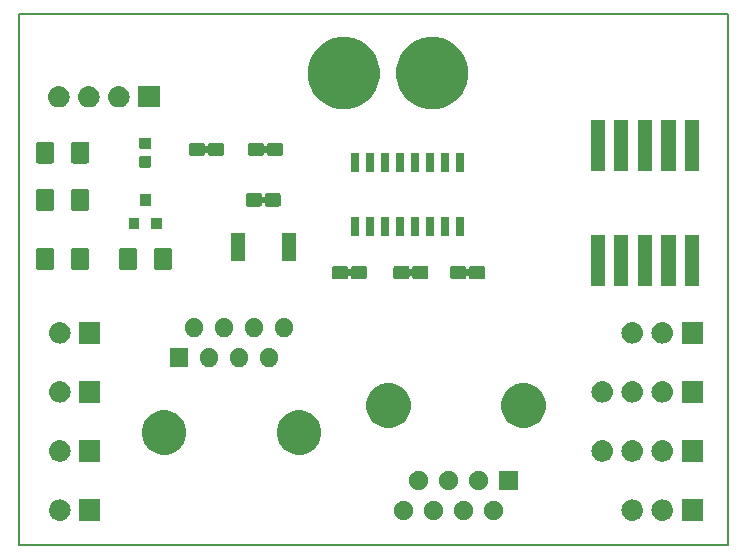
<source format=gbr>
G04 #@! TF.GenerationSoftware,KiCad,Pcbnew,(5.0.0)*
G04 #@! TF.CreationDate,2019-04-11T14:41:24-07:00*
G04 #@! TF.ProjectId,USP-Board,5553502D426F6172642E6B696361645F,rev?*
G04 #@! TF.SameCoordinates,Original*
G04 #@! TF.FileFunction,Soldermask,Top*
G04 #@! TF.FilePolarity,Negative*
%FSLAX46Y46*%
G04 Gerber Fmt 4.6, Leading zero omitted, Abs format (unit mm)*
G04 Created by KiCad (PCBNEW (5.0.0)) date 04/11/19 14:41:24*
%MOMM*%
%LPD*%
G01*
G04 APERTURE LIST*
%ADD10C,0.200000*%
%ADD11C,0.150000*%
G04 APERTURE END LIST*
D10*
X130000000Y-135000000D02*
X130000000Y-90000000D01*
X190000000Y-135000000D02*
X130000000Y-135000000D01*
X190000000Y-90000000D02*
X190000000Y-135000000D01*
X130000000Y-90000000D02*
X190000000Y-90000000D01*
D11*
G36*
X136901000Y-132901000D02*
X135099000Y-132901000D01*
X135099000Y-131099000D01*
X136901000Y-131099000D01*
X136901000Y-132901000D01*
X136901000Y-132901000D01*
G37*
G36*
X182030442Y-131105518D02*
X182096627Y-131112037D01*
X182209853Y-131146384D01*
X182266467Y-131163557D01*
X182398256Y-131234001D01*
X182422991Y-131247222D01*
X182444389Y-131264783D01*
X182560186Y-131359814D01*
X182643448Y-131461271D01*
X182672778Y-131497009D01*
X182672779Y-131497011D01*
X182756443Y-131653533D01*
X182773616Y-131710147D01*
X182807963Y-131823373D01*
X182825359Y-132000000D01*
X182807963Y-132176627D01*
X182780050Y-132268644D01*
X182756443Y-132346467D01*
X182720123Y-132414416D01*
X182672778Y-132502991D01*
X182643448Y-132538729D01*
X182560186Y-132640186D01*
X182458729Y-132723448D01*
X182422991Y-132752778D01*
X182422989Y-132752779D01*
X182266467Y-132836443D01*
X182209853Y-132853616D01*
X182096627Y-132887963D01*
X182030443Y-132894481D01*
X181964260Y-132901000D01*
X181875740Y-132901000D01*
X181809557Y-132894481D01*
X181743373Y-132887963D01*
X181630147Y-132853616D01*
X181573533Y-132836443D01*
X181417011Y-132752779D01*
X181417009Y-132752778D01*
X181381271Y-132723448D01*
X181279814Y-132640186D01*
X181196552Y-132538729D01*
X181167222Y-132502991D01*
X181119877Y-132414416D01*
X181083557Y-132346467D01*
X181059950Y-132268644D01*
X181032037Y-132176627D01*
X181014641Y-132000000D01*
X181032037Y-131823373D01*
X181066384Y-131710147D01*
X181083557Y-131653533D01*
X181167221Y-131497011D01*
X181167222Y-131497009D01*
X181196552Y-131461271D01*
X181279814Y-131359814D01*
X181395611Y-131264783D01*
X181417009Y-131247222D01*
X181441744Y-131234001D01*
X181573533Y-131163557D01*
X181630147Y-131146384D01*
X181743373Y-131112037D01*
X181809558Y-131105518D01*
X181875740Y-131099000D01*
X181964260Y-131099000D01*
X182030442Y-131105518D01*
X182030442Y-131105518D01*
G37*
G36*
X184570442Y-131105518D02*
X184636627Y-131112037D01*
X184749853Y-131146384D01*
X184806467Y-131163557D01*
X184938256Y-131234001D01*
X184962991Y-131247222D01*
X184984389Y-131264783D01*
X185100186Y-131359814D01*
X185183448Y-131461271D01*
X185212778Y-131497009D01*
X185212779Y-131497011D01*
X185296443Y-131653533D01*
X185313616Y-131710147D01*
X185347963Y-131823373D01*
X185365359Y-132000000D01*
X185347963Y-132176627D01*
X185320050Y-132268644D01*
X185296443Y-132346467D01*
X185260123Y-132414416D01*
X185212778Y-132502991D01*
X185183448Y-132538729D01*
X185100186Y-132640186D01*
X184998729Y-132723448D01*
X184962991Y-132752778D01*
X184962989Y-132752779D01*
X184806467Y-132836443D01*
X184749853Y-132853616D01*
X184636627Y-132887963D01*
X184570443Y-132894481D01*
X184504260Y-132901000D01*
X184415740Y-132901000D01*
X184349557Y-132894481D01*
X184283373Y-132887963D01*
X184170147Y-132853616D01*
X184113533Y-132836443D01*
X183957011Y-132752779D01*
X183957009Y-132752778D01*
X183921271Y-132723448D01*
X183819814Y-132640186D01*
X183736552Y-132538729D01*
X183707222Y-132502991D01*
X183659877Y-132414416D01*
X183623557Y-132346467D01*
X183599950Y-132268644D01*
X183572037Y-132176627D01*
X183554641Y-132000000D01*
X183572037Y-131823373D01*
X183606384Y-131710147D01*
X183623557Y-131653533D01*
X183707221Y-131497011D01*
X183707222Y-131497009D01*
X183736552Y-131461271D01*
X183819814Y-131359814D01*
X183935611Y-131264783D01*
X183957009Y-131247222D01*
X183981744Y-131234001D01*
X184113533Y-131163557D01*
X184170147Y-131146384D01*
X184283373Y-131112037D01*
X184349558Y-131105518D01*
X184415740Y-131099000D01*
X184504260Y-131099000D01*
X184570442Y-131105518D01*
X184570442Y-131105518D01*
G37*
G36*
X133570442Y-131105518D02*
X133636627Y-131112037D01*
X133749853Y-131146384D01*
X133806467Y-131163557D01*
X133938256Y-131234001D01*
X133962991Y-131247222D01*
X133984389Y-131264783D01*
X134100186Y-131359814D01*
X134183448Y-131461271D01*
X134212778Y-131497009D01*
X134212779Y-131497011D01*
X134296443Y-131653533D01*
X134313616Y-131710147D01*
X134347963Y-131823373D01*
X134365359Y-132000000D01*
X134347963Y-132176627D01*
X134320050Y-132268644D01*
X134296443Y-132346467D01*
X134260123Y-132414416D01*
X134212778Y-132502991D01*
X134183448Y-132538729D01*
X134100186Y-132640186D01*
X133998729Y-132723448D01*
X133962991Y-132752778D01*
X133962989Y-132752779D01*
X133806467Y-132836443D01*
X133749853Y-132853616D01*
X133636627Y-132887963D01*
X133570443Y-132894481D01*
X133504260Y-132901000D01*
X133415740Y-132901000D01*
X133349557Y-132894481D01*
X133283373Y-132887963D01*
X133170147Y-132853616D01*
X133113533Y-132836443D01*
X132957011Y-132752779D01*
X132957009Y-132752778D01*
X132921271Y-132723448D01*
X132819814Y-132640186D01*
X132736552Y-132538729D01*
X132707222Y-132502991D01*
X132659877Y-132414416D01*
X132623557Y-132346467D01*
X132599950Y-132268644D01*
X132572037Y-132176627D01*
X132554641Y-132000000D01*
X132572037Y-131823373D01*
X132606384Y-131710147D01*
X132623557Y-131653533D01*
X132707221Y-131497011D01*
X132707222Y-131497009D01*
X132736552Y-131461271D01*
X132819814Y-131359814D01*
X132935611Y-131264783D01*
X132957009Y-131247222D01*
X132981744Y-131234001D01*
X133113533Y-131163557D01*
X133170147Y-131146384D01*
X133283373Y-131112037D01*
X133349558Y-131105518D01*
X133415740Y-131099000D01*
X133504260Y-131099000D01*
X133570442Y-131105518D01*
X133570442Y-131105518D01*
G37*
G36*
X187901000Y-132901000D02*
X186099000Y-132901000D01*
X186099000Y-131099000D01*
X187901000Y-131099000D01*
X187901000Y-132901000D01*
X187901000Y-132901000D01*
G37*
G36*
X165333643Y-131264782D02*
X165479415Y-131325163D01*
X165610611Y-131412825D01*
X165722176Y-131524390D01*
X165809838Y-131655586D01*
X165870219Y-131801358D01*
X165901000Y-131956108D01*
X165901000Y-132113894D01*
X165870219Y-132268644D01*
X165809838Y-132414416D01*
X165722176Y-132545612D01*
X165610611Y-132657177D01*
X165479415Y-132744839D01*
X165333643Y-132805220D01*
X165178893Y-132836001D01*
X165021107Y-132836001D01*
X164866357Y-132805220D01*
X164720585Y-132744839D01*
X164589389Y-132657177D01*
X164477824Y-132545612D01*
X164390162Y-132414416D01*
X164329781Y-132268644D01*
X164299000Y-132113894D01*
X164299000Y-131956108D01*
X164329781Y-131801358D01*
X164390162Y-131655586D01*
X164477824Y-131524390D01*
X164589389Y-131412825D01*
X164720585Y-131325163D01*
X164866357Y-131264782D01*
X165021107Y-131234001D01*
X165178893Y-131234001D01*
X165333643Y-131264782D01*
X165333643Y-131264782D01*
G37*
G36*
X170413643Y-131264782D02*
X170559415Y-131325163D01*
X170690611Y-131412825D01*
X170802176Y-131524390D01*
X170889838Y-131655586D01*
X170950219Y-131801358D01*
X170981000Y-131956108D01*
X170981000Y-132113894D01*
X170950219Y-132268644D01*
X170889838Y-132414416D01*
X170802176Y-132545612D01*
X170690611Y-132657177D01*
X170559415Y-132744839D01*
X170413643Y-132805220D01*
X170258893Y-132836001D01*
X170101107Y-132836001D01*
X169946357Y-132805220D01*
X169800585Y-132744839D01*
X169669389Y-132657177D01*
X169557824Y-132545612D01*
X169470162Y-132414416D01*
X169409781Y-132268644D01*
X169379000Y-132113894D01*
X169379000Y-131956108D01*
X169409781Y-131801358D01*
X169470162Y-131655586D01*
X169557824Y-131524390D01*
X169669389Y-131412825D01*
X169800585Y-131325163D01*
X169946357Y-131264782D01*
X170101107Y-131234001D01*
X170258893Y-131234001D01*
X170413643Y-131264782D01*
X170413643Y-131264782D01*
G37*
G36*
X167873643Y-131264782D02*
X168019415Y-131325163D01*
X168150611Y-131412825D01*
X168262176Y-131524390D01*
X168349838Y-131655586D01*
X168410219Y-131801358D01*
X168441000Y-131956108D01*
X168441000Y-132113894D01*
X168410219Y-132268644D01*
X168349838Y-132414416D01*
X168262176Y-132545612D01*
X168150611Y-132657177D01*
X168019415Y-132744839D01*
X167873643Y-132805220D01*
X167718893Y-132836001D01*
X167561107Y-132836001D01*
X167406357Y-132805220D01*
X167260585Y-132744839D01*
X167129389Y-132657177D01*
X167017824Y-132545612D01*
X166930162Y-132414416D01*
X166869781Y-132268644D01*
X166839000Y-132113894D01*
X166839000Y-131956108D01*
X166869781Y-131801358D01*
X166930162Y-131655586D01*
X167017824Y-131524390D01*
X167129389Y-131412825D01*
X167260585Y-131325163D01*
X167406357Y-131264782D01*
X167561107Y-131234001D01*
X167718893Y-131234001D01*
X167873643Y-131264782D01*
X167873643Y-131264782D01*
G37*
G36*
X162793643Y-131264782D02*
X162939415Y-131325163D01*
X163070611Y-131412825D01*
X163182176Y-131524390D01*
X163269838Y-131655586D01*
X163330219Y-131801358D01*
X163361000Y-131956108D01*
X163361000Y-132113894D01*
X163330219Y-132268644D01*
X163269838Y-132414416D01*
X163182176Y-132545612D01*
X163070611Y-132657177D01*
X162939415Y-132744839D01*
X162793643Y-132805220D01*
X162638893Y-132836001D01*
X162481107Y-132836001D01*
X162326357Y-132805220D01*
X162180585Y-132744839D01*
X162049389Y-132657177D01*
X161937824Y-132545612D01*
X161850162Y-132414416D01*
X161789781Y-132268644D01*
X161759000Y-132113894D01*
X161759000Y-131956108D01*
X161789781Y-131801358D01*
X161850162Y-131655586D01*
X161937824Y-131524390D01*
X162049389Y-131412825D01*
X162180585Y-131325163D01*
X162326357Y-131264782D01*
X162481107Y-131234001D01*
X162638893Y-131234001D01*
X162793643Y-131264782D01*
X162793643Y-131264782D01*
G37*
G36*
X164063643Y-128724782D02*
X164209415Y-128785163D01*
X164340611Y-128872825D01*
X164452176Y-128984390D01*
X164539838Y-129115586D01*
X164600219Y-129261358D01*
X164631000Y-129416108D01*
X164631000Y-129573894D01*
X164600219Y-129728644D01*
X164539838Y-129874416D01*
X164452176Y-130005612D01*
X164340611Y-130117177D01*
X164209415Y-130204839D01*
X164063643Y-130265220D01*
X163908893Y-130296001D01*
X163751107Y-130296001D01*
X163596357Y-130265220D01*
X163450585Y-130204839D01*
X163319389Y-130117177D01*
X163207824Y-130005612D01*
X163120162Y-129874416D01*
X163059781Y-129728644D01*
X163029000Y-129573894D01*
X163029000Y-129416108D01*
X163059781Y-129261358D01*
X163120162Y-129115586D01*
X163207824Y-128984390D01*
X163319389Y-128872825D01*
X163450585Y-128785163D01*
X163596357Y-128724782D01*
X163751107Y-128694001D01*
X163908893Y-128694001D01*
X164063643Y-128724782D01*
X164063643Y-128724782D01*
G37*
G36*
X166603643Y-128724782D02*
X166749415Y-128785163D01*
X166880611Y-128872825D01*
X166992176Y-128984390D01*
X167079838Y-129115586D01*
X167140219Y-129261358D01*
X167171000Y-129416108D01*
X167171000Y-129573894D01*
X167140219Y-129728644D01*
X167079838Y-129874416D01*
X166992176Y-130005612D01*
X166880611Y-130117177D01*
X166749415Y-130204839D01*
X166603643Y-130265220D01*
X166448893Y-130296001D01*
X166291107Y-130296001D01*
X166136357Y-130265220D01*
X165990585Y-130204839D01*
X165859389Y-130117177D01*
X165747824Y-130005612D01*
X165660162Y-129874416D01*
X165599781Y-129728644D01*
X165569000Y-129573894D01*
X165569000Y-129416108D01*
X165599781Y-129261358D01*
X165660162Y-129115586D01*
X165747824Y-128984390D01*
X165859389Y-128872825D01*
X165990585Y-128785163D01*
X166136357Y-128724782D01*
X166291107Y-128694001D01*
X166448893Y-128694001D01*
X166603643Y-128724782D01*
X166603643Y-128724782D01*
G37*
G36*
X169143643Y-128724782D02*
X169289415Y-128785163D01*
X169420611Y-128872825D01*
X169532176Y-128984390D01*
X169619838Y-129115586D01*
X169680219Y-129261358D01*
X169711000Y-129416108D01*
X169711000Y-129573894D01*
X169680219Y-129728644D01*
X169619838Y-129874416D01*
X169532176Y-130005612D01*
X169420611Y-130117177D01*
X169289415Y-130204839D01*
X169143643Y-130265220D01*
X168988893Y-130296001D01*
X168831107Y-130296001D01*
X168676357Y-130265220D01*
X168530585Y-130204839D01*
X168399389Y-130117177D01*
X168287824Y-130005612D01*
X168200162Y-129874416D01*
X168139781Y-129728644D01*
X168109000Y-129573894D01*
X168109000Y-129416108D01*
X168139781Y-129261358D01*
X168200162Y-129115586D01*
X168287824Y-128984390D01*
X168399389Y-128872825D01*
X168530585Y-128785163D01*
X168676357Y-128724782D01*
X168831107Y-128694001D01*
X168988893Y-128694001D01*
X169143643Y-128724782D01*
X169143643Y-128724782D01*
G37*
G36*
X172251000Y-130296001D02*
X170649000Y-130296001D01*
X170649000Y-128694001D01*
X172251000Y-128694001D01*
X172251000Y-130296001D01*
X172251000Y-130296001D01*
G37*
G36*
X182030443Y-126105519D02*
X182096627Y-126112037D01*
X182209853Y-126146384D01*
X182266467Y-126163557D01*
X182405087Y-126237652D01*
X182422991Y-126247222D01*
X182458729Y-126276552D01*
X182560186Y-126359814D01*
X182643448Y-126461271D01*
X182672778Y-126497009D01*
X182672779Y-126497011D01*
X182756443Y-126653533D01*
X182756443Y-126653534D01*
X182807963Y-126823373D01*
X182825359Y-127000000D01*
X182807963Y-127176627D01*
X182789070Y-127238908D01*
X182756443Y-127346467D01*
X182682348Y-127485087D01*
X182672778Y-127502991D01*
X182643448Y-127538729D01*
X182560186Y-127640186D01*
X182458729Y-127723448D01*
X182422991Y-127752778D01*
X182422989Y-127752779D01*
X182266467Y-127836443D01*
X182209853Y-127853616D01*
X182096627Y-127887963D01*
X182030442Y-127894482D01*
X181964260Y-127901000D01*
X181875740Y-127901000D01*
X181809558Y-127894482D01*
X181743373Y-127887963D01*
X181630147Y-127853616D01*
X181573533Y-127836443D01*
X181417011Y-127752779D01*
X181417009Y-127752778D01*
X181381271Y-127723448D01*
X181279814Y-127640186D01*
X181196552Y-127538729D01*
X181167222Y-127502991D01*
X181157652Y-127485087D01*
X181083557Y-127346467D01*
X181050930Y-127238908D01*
X181032037Y-127176627D01*
X181014641Y-127000000D01*
X181032037Y-126823373D01*
X181083557Y-126653534D01*
X181083557Y-126653533D01*
X181167221Y-126497011D01*
X181167222Y-126497009D01*
X181196552Y-126461271D01*
X181279814Y-126359814D01*
X181381271Y-126276552D01*
X181417009Y-126247222D01*
X181434913Y-126237652D01*
X181573533Y-126163557D01*
X181630147Y-126146384D01*
X181743373Y-126112037D01*
X181809557Y-126105519D01*
X181875740Y-126099000D01*
X181964260Y-126099000D01*
X182030443Y-126105519D01*
X182030443Y-126105519D01*
G37*
G36*
X179490443Y-126105519D02*
X179556627Y-126112037D01*
X179669853Y-126146384D01*
X179726467Y-126163557D01*
X179865087Y-126237652D01*
X179882991Y-126247222D01*
X179918729Y-126276552D01*
X180020186Y-126359814D01*
X180103448Y-126461271D01*
X180132778Y-126497009D01*
X180132779Y-126497011D01*
X180216443Y-126653533D01*
X180216443Y-126653534D01*
X180267963Y-126823373D01*
X180285359Y-127000000D01*
X180267963Y-127176627D01*
X180249070Y-127238908D01*
X180216443Y-127346467D01*
X180142348Y-127485087D01*
X180132778Y-127502991D01*
X180103448Y-127538729D01*
X180020186Y-127640186D01*
X179918729Y-127723448D01*
X179882991Y-127752778D01*
X179882989Y-127752779D01*
X179726467Y-127836443D01*
X179669853Y-127853616D01*
X179556627Y-127887963D01*
X179490442Y-127894482D01*
X179424260Y-127901000D01*
X179335740Y-127901000D01*
X179269558Y-127894482D01*
X179203373Y-127887963D01*
X179090147Y-127853616D01*
X179033533Y-127836443D01*
X178877011Y-127752779D01*
X178877009Y-127752778D01*
X178841271Y-127723448D01*
X178739814Y-127640186D01*
X178656552Y-127538729D01*
X178627222Y-127502991D01*
X178617652Y-127485087D01*
X178543557Y-127346467D01*
X178510930Y-127238908D01*
X178492037Y-127176627D01*
X178474641Y-127000000D01*
X178492037Y-126823373D01*
X178543557Y-126653534D01*
X178543557Y-126653533D01*
X178627221Y-126497011D01*
X178627222Y-126497009D01*
X178656552Y-126461271D01*
X178739814Y-126359814D01*
X178841271Y-126276552D01*
X178877009Y-126247222D01*
X178894913Y-126237652D01*
X179033533Y-126163557D01*
X179090147Y-126146384D01*
X179203373Y-126112037D01*
X179269557Y-126105519D01*
X179335740Y-126099000D01*
X179424260Y-126099000D01*
X179490443Y-126105519D01*
X179490443Y-126105519D01*
G37*
G36*
X184570443Y-126105519D02*
X184636627Y-126112037D01*
X184749853Y-126146384D01*
X184806467Y-126163557D01*
X184945087Y-126237652D01*
X184962991Y-126247222D01*
X184998729Y-126276552D01*
X185100186Y-126359814D01*
X185183448Y-126461271D01*
X185212778Y-126497009D01*
X185212779Y-126497011D01*
X185296443Y-126653533D01*
X185296443Y-126653534D01*
X185347963Y-126823373D01*
X185365359Y-127000000D01*
X185347963Y-127176627D01*
X185329070Y-127238908D01*
X185296443Y-127346467D01*
X185222348Y-127485087D01*
X185212778Y-127502991D01*
X185183448Y-127538729D01*
X185100186Y-127640186D01*
X184998729Y-127723448D01*
X184962991Y-127752778D01*
X184962989Y-127752779D01*
X184806467Y-127836443D01*
X184749853Y-127853616D01*
X184636627Y-127887963D01*
X184570442Y-127894482D01*
X184504260Y-127901000D01*
X184415740Y-127901000D01*
X184349558Y-127894482D01*
X184283373Y-127887963D01*
X184170147Y-127853616D01*
X184113533Y-127836443D01*
X183957011Y-127752779D01*
X183957009Y-127752778D01*
X183921271Y-127723448D01*
X183819814Y-127640186D01*
X183736552Y-127538729D01*
X183707222Y-127502991D01*
X183697652Y-127485087D01*
X183623557Y-127346467D01*
X183590930Y-127238908D01*
X183572037Y-127176627D01*
X183554641Y-127000000D01*
X183572037Y-126823373D01*
X183623557Y-126653534D01*
X183623557Y-126653533D01*
X183707221Y-126497011D01*
X183707222Y-126497009D01*
X183736552Y-126461271D01*
X183819814Y-126359814D01*
X183921271Y-126276552D01*
X183957009Y-126247222D01*
X183974913Y-126237652D01*
X184113533Y-126163557D01*
X184170147Y-126146384D01*
X184283373Y-126112037D01*
X184349557Y-126105519D01*
X184415740Y-126099000D01*
X184504260Y-126099000D01*
X184570443Y-126105519D01*
X184570443Y-126105519D01*
G37*
G36*
X187901000Y-127901000D02*
X186099000Y-127901000D01*
X186099000Y-126099000D01*
X187901000Y-126099000D01*
X187901000Y-127901000D01*
X187901000Y-127901000D01*
G37*
G36*
X136901000Y-127901000D02*
X135099000Y-127901000D01*
X135099000Y-126099000D01*
X136901000Y-126099000D01*
X136901000Y-127901000D01*
X136901000Y-127901000D01*
G37*
G36*
X133570443Y-126105519D02*
X133636627Y-126112037D01*
X133749853Y-126146384D01*
X133806467Y-126163557D01*
X133945087Y-126237652D01*
X133962991Y-126247222D01*
X133998729Y-126276552D01*
X134100186Y-126359814D01*
X134183448Y-126461271D01*
X134212778Y-126497009D01*
X134212779Y-126497011D01*
X134296443Y-126653533D01*
X134296443Y-126653534D01*
X134347963Y-126823373D01*
X134365359Y-127000000D01*
X134347963Y-127176627D01*
X134329070Y-127238908D01*
X134296443Y-127346467D01*
X134222348Y-127485087D01*
X134212778Y-127502991D01*
X134183448Y-127538729D01*
X134100186Y-127640186D01*
X133998729Y-127723448D01*
X133962991Y-127752778D01*
X133962989Y-127752779D01*
X133806467Y-127836443D01*
X133749853Y-127853616D01*
X133636627Y-127887963D01*
X133570442Y-127894482D01*
X133504260Y-127901000D01*
X133415740Y-127901000D01*
X133349558Y-127894482D01*
X133283373Y-127887963D01*
X133170147Y-127853616D01*
X133113533Y-127836443D01*
X132957011Y-127752779D01*
X132957009Y-127752778D01*
X132921271Y-127723448D01*
X132819814Y-127640186D01*
X132736552Y-127538729D01*
X132707222Y-127502991D01*
X132697652Y-127485087D01*
X132623557Y-127346467D01*
X132590930Y-127238908D01*
X132572037Y-127176627D01*
X132554641Y-127000000D01*
X132572037Y-126823373D01*
X132623557Y-126653534D01*
X132623557Y-126653533D01*
X132707221Y-126497011D01*
X132707222Y-126497009D01*
X132736552Y-126461271D01*
X132819814Y-126359814D01*
X132921271Y-126276552D01*
X132957009Y-126247222D01*
X132974913Y-126237652D01*
X133113533Y-126163557D01*
X133170147Y-126146384D01*
X133283373Y-126112037D01*
X133349557Y-126105519D01*
X133415740Y-126099000D01*
X133504260Y-126099000D01*
X133570443Y-126105519D01*
X133570443Y-126105519D01*
G37*
G36*
X142832206Y-123631094D02*
X142832208Y-123631095D01*
X142832209Y-123631095D01*
X142958324Y-123683334D01*
X143173620Y-123772512D01*
X143480883Y-123977819D01*
X143742182Y-124239118D01*
X143947489Y-124546381D01*
X144088907Y-124887795D01*
X144161000Y-125250230D01*
X144161000Y-125619772D01*
X144088907Y-125982207D01*
X143947489Y-126323621D01*
X143742182Y-126630884D01*
X143480883Y-126892183D01*
X143173620Y-127097490D01*
X142982571Y-127176625D01*
X142832209Y-127238907D01*
X142832208Y-127238907D01*
X142832206Y-127238908D01*
X142469771Y-127311001D01*
X142100229Y-127311001D01*
X141737794Y-127238908D01*
X141737792Y-127238907D01*
X141737791Y-127238907D01*
X141587429Y-127176625D01*
X141396380Y-127097490D01*
X141089117Y-126892183D01*
X140827818Y-126630884D01*
X140622511Y-126323621D01*
X140481093Y-125982207D01*
X140409000Y-125619772D01*
X140409000Y-125250230D01*
X140481093Y-124887795D01*
X140622511Y-124546381D01*
X140827818Y-124239118D01*
X141089117Y-123977819D01*
X141396380Y-123772512D01*
X141611676Y-123683334D01*
X141737791Y-123631095D01*
X141737792Y-123631095D01*
X141737794Y-123631094D01*
X142100229Y-123559001D01*
X142469771Y-123559001D01*
X142832206Y-123631094D01*
X142832206Y-123631094D01*
G37*
G36*
X154262206Y-123631094D02*
X154262208Y-123631095D01*
X154262209Y-123631095D01*
X154388324Y-123683334D01*
X154603620Y-123772512D01*
X154910883Y-123977819D01*
X155172182Y-124239118D01*
X155377489Y-124546381D01*
X155518907Y-124887795D01*
X155591000Y-125250230D01*
X155591000Y-125619772D01*
X155518907Y-125982207D01*
X155377489Y-126323621D01*
X155172182Y-126630884D01*
X154910883Y-126892183D01*
X154603620Y-127097490D01*
X154412571Y-127176625D01*
X154262209Y-127238907D01*
X154262208Y-127238907D01*
X154262206Y-127238908D01*
X153899771Y-127311001D01*
X153530229Y-127311001D01*
X153167794Y-127238908D01*
X153167792Y-127238907D01*
X153167791Y-127238907D01*
X153017429Y-127176625D01*
X152826380Y-127097490D01*
X152519117Y-126892183D01*
X152257818Y-126630884D01*
X152052511Y-126323621D01*
X151911093Y-125982207D01*
X151839000Y-125619772D01*
X151839000Y-125250230D01*
X151911093Y-124887795D01*
X152052511Y-124546381D01*
X152257818Y-124239118D01*
X152519117Y-123977819D01*
X152826380Y-123772512D01*
X153041676Y-123683334D01*
X153167791Y-123631095D01*
X153167792Y-123631095D01*
X153167794Y-123631094D01*
X153530229Y-123559001D01*
X153899771Y-123559001D01*
X154262206Y-123631094D01*
X154262206Y-123631094D01*
G37*
G36*
X173262206Y-121341094D02*
X173262208Y-121341095D01*
X173262209Y-121341095D01*
X173307403Y-121359815D01*
X173603620Y-121482512D01*
X173910883Y-121687819D01*
X174172182Y-121949118D01*
X174377489Y-122256381D01*
X174518907Y-122597795D01*
X174591000Y-122960230D01*
X174591000Y-123329772D01*
X174518907Y-123692207D01*
X174377489Y-124033621D01*
X174172182Y-124340884D01*
X173910883Y-124602183D01*
X173603620Y-124807490D01*
X173409753Y-124887792D01*
X173262209Y-124948907D01*
X173262208Y-124948907D01*
X173262206Y-124948908D01*
X172899771Y-125021001D01*
X172530229Y-125021001D01*
X172167794Y-124948908D01*
X172167792Y-124948907D01*
X172167791Y-124948907D01*
X172020247Y-124887792D01*
X171826380Y-124807490D01*
X171519117Y-124602183D01*
X171257818Y-124340884D01*
X171052511Y-124033621D01*
X170911093Y-123692207D01*
X170839000Y-123329772D01*
X170839000Y-122960230D01*
X170911093Y-122597795D01*
X171052511Y-122256381D01*
X171257818Y-121949118D01*
X171519117Y-121687819D01*
X171826380Y-121482512D01*
X172122597Y-121359815D01*
X172167791Y-121341095D01*
X172167792Y-121341095D01*
X172167794Y-121341094D01*
X172530229Y-121269001D01*
X172899771Y-121269001D01*
X173262206Y-121341094D01*
X173262206Y-121341094D01*
G37*
G36*
X161832206Y-121341094D02*
X161832208Y-121341095D01*
X161832209Y-121341095D01*
X161877403Y-121359815D01*
X162173620Y-121482512D01*
X162480883Y-121687819D01*
X162742182Y-121949118D01*
X162947489Y-122256381D01*
X163088907Y-122597795D01*
X163161000Y-122960230D01*
X163161000Y-123329772D01*
X163088907Y-123692207D01*
X162947489Y-124033621D01*
X162742182Y-124340884D01*
X162480883Y-124602183D01*
X162173620Y-124807490D01*
X161979753Y-124887792D01*
X161832209Y-124948907D01*
X161832208Y-124948907D01*
X161832206Y-124948908D01*
X161469771Y-125021001D01*
X161100229Y-125021001D01*
X160737794Y-124948908D01*
X160737792Y-124948907D01*
X160737791Y-124948907D01*
X160590247Y-124887792D01*
X160396380Y-124807490D01*
X160089117Y-124602183D01*
X159827818Y-124340884D01*
X159622511Y-124033621D01*
X159481093Y-123692207D01*
X159409000Y-123329772D01*
X159409000Y-122960230D01*
X159481093Y-122597795D01*
X159622511Y-122256381D01*
X159827818Y-121949118D01*
X160089117Y-121687819D01*
X160396380Y-121482512D01*
X160692597Y-121359815D01*
X160737791Y-121341095D01*
X160737792Y-121341095D01*
X160737794Y-121341094D01*
X161100229Y-121269001D01*
X161469771Y-121269001D01*
X161832206Y-121341094D01*
X161832206Y-121341094D01*
G37*
G36*
X184570442Y-121105518D02*
X184636627Y-121112037D01*
X184749853Y-121146384D01*
X184806467Y-121163557D01*
X184945087Y-121237652D01*
X184962991Y-121247222D01*
X184998729Y-121276552D01*
X185100186Y-121359814D01*
X185183448Y-121461271D01*
X185212778Y-121497009D01*
X185212779Y-121497011D01*
X185296443Y-121653533D01*
X185296443Y-121653534D01*
X185347963Y-121823373D01*
X185365359Y-122000000D01*
X185347963Y-122176627D01*
X185313616Y-122289853D01*
X185296443Y-122346467D01*
X185222348Y-122485087D01*
X185212778Y-122502991D01*
X185183448Y-122538729D01*
X185100186Y-122640186D01*
X184998729Y-122723448D01*
X184962991Y-122752778D01*
X184962989Y-122752779D01*
X184806467Y-122836443D01*
X184749853Y-122853616D01*
X184636627Y-122887963D01*
X184570442Y-122894482D01*
X184504260Y-122901000D01*
X184415740Y-122901000D01*
X184349558Y-122894482D01*
X184283373Y-122887963D01*
X184170147Y-122853616D01*
X184113533Y-122836443D01*
X183957011Y-122752779D01*
X183957009Y-122752778D01*
X183921271Y-122723448D01*
X183819814Y-122640186D01*
X183736552Y-122538729D01*
X183707222Y-122502991D01*
X183697652Y-122485087D01*
X183623557Y-122346467D01*
X183606384Y-122289853D01*
X183572037Y-122176627D01*
X183554641Y-122000000D01*
X183572037Y-121823373D01*
X183623557Y-121653534D01*
X183623557Y-121653533D01*
X183707221Y-121497011D01*
X183707222Y-121497009D01*
X183736552Y-121461271D01*
X183819814Y-121359814D01*
X183921271Y-121276552D01*
X183957009Y-121247222D01*
X183974913Y-121237652D01*
X184113533Y-121163557D01*
X184170147Y-121146384D01*
X184283373Y-121112037D01*
X184349558Y-121105518D01*
X184415740Y-121099000D01*
X184504260Y-121099000D01*
X184570442Y-121105518D01*
X184570442Y-121105518D01*
G37*
G36*
X136901000Y-122901000D02*
X135099000Y-122901000D01*
X135099000Y-121099000D01*
X136901000Y-121099000D01*
X136901000Y-122901000D01*
X136901000Y-122901000D01*
G37*
G36*
X179490442Y-121105518D02*
X179556627Y-121112037D01*
X179669853Y-121146384D01*
X179726467Y-121163557D01*
X179865087Y-121237652D01*
X179882991Y-121247222D01*
X179918729Y-121276552D01*
X180020186Y-121359814D01*
X180103448Y-121461271D01*
X180132778Y-121497009D01*
X180132779Y-121497011D01*
X180216443Y-121653533D01*
X180216443Y-121653534D01*
X180267963Y-121823373D01*
X180285359Y-122000000D01*
X180267963Y-122176627D01*
X180233616Y-122289853D01*
X180216443Y-122346467D01*
X180142348Y-122485087D01*
X180132778Y-122502991D01*
X180103448Y-122538729D01*
X180020186Y-122640186D01*
X179918729Y-122723448D01*
X179882991Y-122752778D01*
X179882989Y-122752779D01*
X179726467Y-122836443D01*
X179669853Y-122853616D01*
X179556627Y-122887963D01*
X179490442Y-122894482D01*
X179424260Y-122901000D01*
X179335740Y-122901000D01*
X179269558Y-122894482D01*
X179203373Y-122887963D01*
X179090147Y-122853616D01*
X179033533Y-122836443D01*
X178877011Y-122752779D01*
X178877009Y-122752778D01*
X178841271Y-122723448D01*
X178739814Y-122640186D01*
X178656552Y-122538729D01*
X178627222Y-122502991D01*
X178617652Y-122485087D01*
X178543557Y-122346467D01*
X178526384Y-122289853D01*
X178492037Y-122176627D01*
X178474641Y-122000000D01*
X178492037Y-121823373D01*
X178543557Y-121653534D01*
X178543557Y-121653533D01*
X178627221Y-121497011D01*
X178627222Y-121497009D01*
X178656552Y-121461271D01*
X178739814Y-121359814D01*
X178841271Y-121276552D01*
X178877009Y-121247222D01*
X178894913Y-121237652D01*
X179033533Y-121163557D01*
X179090147Y-121146384D01*
X179203373Y-121112037D01*
X179269558Y-121105518D01*
X179335740Y-121099000D01*
X179424260Y-121099000D01*
X179490442Y-121105518D01*
X179490442Y-121105518D01*
G37*
G36*
X182030442Y-121105518D02*
X182096627Y-121112037D01*
X182209853Y-121146384D01*
X182266467Y-121163557D01*
X182405087Y-121237652D01*
X182422991Y-121247222D01*
X182458729Y-121276552D01*
X182560186Y-121359814D01*
X182643448Y-121461271D01*
X182672778Y-121497009D01*
X182672779Y-121497011D01*
X182756443Y-121653533D01*
X182756443Y-121653534D01*
X182807963Y-121823373D01*
X182825359Y-122000000D01*
X182807963Y-122176627D01*
X182773616Y-122289853D01*
X182756443Y-122346467D01*
X182682348Y-122485087D01*
X182672778Y-122502991D01*
X182643448Y-122538729D01*
X182560186Y-122640186D01*
X182458729Y-122723448D01*
X182422991Y-122752778D01*
X182422989Y-122752779D01*
X182266467Y-122836443D01*
X182209853Y-122853616D01*
X182096627Y-122887963D01*
X182030442Y-122894482D01*
X181964260Y-122901000D01*
X181875740Y-122901000D01*
X181809558Y-122894482D01*
X181743373Y-122887963D01*
X181630147Y-122853616D01*
X181573533Y-122836443D01*
X181417011Y-122752779D01*
X181417009Y-122752778D01*
X181381271Y-122723448D01*
X181279814Y-122640186D01*
X181196552Y-122538729D01*
X181167222Y-122502991D01*
X181157652Y-122485087D01*
X181083557Y-122346467D01*
X181066384Y-122289853D01*
X181032037Y-122176627D01*
X181014641Y-122000000D01*
X181032037Y-121823373D01*
X181083557Y-121653534D01*
X181083557Y-121653533D01*
X181167221Y-121497011D01*
X181167222Y-121497009D01*
X181196552Y-121461271D01*
X181279814Y-121359814D01*
X181381271Y-121276552D01*
X181417009Y-121247222D01*
X181434913Y-121237652D01*
X181573533Y-121163557D01*
X181630147Y-121146384D01*
X181743373Y-121112037D01*
X181809558Y-121105518D01*
X181875740Y-121099000D01*
X181964260Y-121099000D01*
X182030442Y-121105518D01*
X182030442Y-121105518D01*
G37*
G36*
X133570442Y-121105518D02*
X133636627Y-121112037D01*
X133749853Y-121146384D01*
X133806467Y-121163557D01*
X133945087Y-121237652D01*
X133962991Y-121247222D01*
X133998729Y-121276552D01*
X134100186Y-121359814D01*
X134183448Y-121461271D01*
X134212778Y-121497009D01*
X134212779Y-121497011D01*
X134296443Y-121653533D01*
X134296443Y-121653534D01*
X134347963Y-121823373D01*
X134365359Y-122000000D01*
X134347963Y-122176627D01*
X134313616Y-122289853D01*
X134296443Y-122346467D01*
X134222348Y-122485087D01*
X134212778Y-122502991D01*
X134183448Y-122538729D01*
X134100186Y-122640186D01*
X133998729Y-122723448D01*
X133962991Y-122752778D01*
X133962989Y-122752779D01*
X133806467Y-122836443D01*
X133749853Y-122853616D01*
X133636627Y-122887963D01*
X133570442Y-122894482D01*
X133504260Y-122901000D01*
X133415740Y-122901000D01*
X133349558Y-122894482D01*
X133283373Y-122887963D01*
X133170147Y-122853616D01*
X133113533Y-122836443D01*
X132957011Y-122752779D01*
X132957009Y-122752778D01*
X132921271Y-122723448D01*
X132819814Y-122640186D01*
X132736552Y-122538729D01*
X132707222Y-122502991D01*
X132697652Y-122485087D01*
X132623557Y-122346467D01*
X132606384Y-122289853D01*
X132572037Y-122176627D01*
X132554641Y-122000000D01*
X132572037Y-121823373D01*
X132623557Y-121653534D01*
X132623557Y-121653533D01*
X132707221Y-121497011D01*
X132707222Y-121497009D01*
X132736552Y-121461271D01*
X132819814Y-121359814D01*
X132921271Y-121276552D01*
X132957009Y-121247222D01*
X132974913Y-121237652D01*
X133113533Y-121163557D01*
X133170147Y-121146384D01*
X133283373Y-121112037D01*
X133349558Y-121105518D01*
X133415740Y-121099000D01*
X133504260Y-121099000D01*
X133570442Y-121105518D01*
X133570442Y-121105518D01*
G37*
G36*
X187901000Y-122901000D02*
X186099000Y-122901000D01*
X186099000Y-121099000D01*
X187901000Y-121099000D01*
X187901000Y-122901000D01*
X187901000Y-122901000D01*
G37*
G36*
X151403643Y-118314782D02*
X151549415Y-118375163D01*
X151680611Y-118462825D01*
X151792176Y-118574390D01*
X151879838Y-118705586D01*
X151940219Y-118851358D01*
X151971000Y-119006108D01*
X151971000Y-119163894D01*
X151940219Y-119318644D01*
X151879838Y-119464416D01*
X151792176Y-119595612D01*
X151680611Y-119707177D01*
X151549415Y-119794839D01*
X151403643Y-119855220D01*
X151248893Y-119886001D01*
X151091107Y-119886001D01*
X150936357Y-119855220D01*
X150790585Y-119794839D01*
X150659389Y-119707177D01*
X150547824Y-119595612D01*
X150460162Y-119464416D01*
X150399781Y-119318644D01*
X150369000Y-119163894D01*
X150369000Y-119006108D01*
X150399781Y-118851358D01*
X150460162Y-118705586D01*
X150547824Y-118574390D01*
X150659389Y-118462825D01*
X150790585Y-118375163D01*
X150936357Y-118314782D01*
X151091107Y-118284001D01*
X151248893Y-118284001D01*
X151403643Y-118314782D01*
X151403643Y-118314782D01*
G37*
G36*
X148863643Y-118314782D02*
X149009415Y-118375163D01*
X149140611Y-118462825D01*
X149252176Y-118574390D01*
X149339838Y-118705586D01*
X149400219Y-118851358D01*
X149431000Y-119006108D01*
X149431000Y-119163894D01*
X149400219Y-119318644D01*
X149339838Y-119464416D01*
X149252176Y-119595612D01*
X149140611Y-119707177D01*
X149009415Y-119794839D01*
X148863643Y-119855220D01*
X148708893Y-119886001D01*
X148551107Y-119886001D01*
X148396357Y-119855220D01*
X148250585Y-119794839D01*
X148119389Y-119707177D01*
X148007824Y-119595612D01*
X147920162Y-119464416D01*
X147859781Y-119318644D01*
X147829000Y-119163894D01*
X147829000Y-119006108D01*
X147859781Y-118851358D01*
X147920162Y-118705586D01*
X148007824Y-118574390D01*
X148119389Y-118462825D01*
X148250585Y-118375163D01*
X148396357Y-118314782D01*
X148551107Y-118284001D01*
X148708893Y-118284001D01*
X148863643Y-118314782D01*
X148863643Y-118314782D01*
G37*
G36*
X144351000Y-119886001D02*
X142749000Y-119886001D01*
X142749000Y-118284001D01*
X144351000Y-118284001D01*
X144351000Y-119886001D01*
X144351000Y-119886001D01*
G37*
G36*
X146323643Y-118314782D02*
X146469415Y-118375163D01*
X146600611Y-118462825D01*
X146712176Y-118574390D01*
X146799838Y-118705586D01*
X146860219Y-118851358D01*
X146891000Y-119006108D01*
X146891000Y-119163894D01*
X146860219Y-119318644D01*
X146799838Y-119464416D01*
X146712176Y-119595612D01*
X146600611Y-119707177D01*
X146469415Y-119794839D01*
X146323643Y-119855220D01*
X146168893Y-119886001D01*
X146011107Y-119886001D01*
X145856357Y-119855220D01*
X145710585Y-119794839D01*
X145579389Y-119707177D01*
X145467824Y-119595612D01*
X145380162Y-119464416D01*
X145319781Y-119318644D01*
X145289000Y-119163894D01*
X145289000Y-119006108D01*
X145319781Y-118851358D01*
X145380162Y-118705586D01*
X145467824Y-118574390D01*
X145579389Y-118462825D01*
X145710585Y-118375163D01*
X145856357Y-118314782D01*
X146011107Y-118284001D01*
X146168893Y-118284001D01*
X146323643Y-118314782D01*
X146323643Y-118314782D01*
G37*
G36*
X182030442Y-116105518D02*
X182096627Y-116112037D01*
X182209853Y-116146384D01*
X182266467Y-116163557D01*
X182405087Y-116237652D01*
X182422991Y-116247222D01*
X182458729Y-116276552D01*
X182560186Y-116359814D01*
X182643448Y-116461271D01*
X182672778Y-116497009D01*
X182672779Y-116497011D01*
X182756443Y-116653533D01*
X182756443Y-116653534D01*
X182807963Y-116823373D01*
X182825359Y-117000000D01*
X182807963Y-117176627D01*
X182784238Y-117254838D01*
X182756443Y-117346467D01*
X182682348Y-117485087D01*
X182672778Y-117502991D01*
X182643448Y-117538729D01*
X182560186Y-117640186D01*
X182458729Y-117723448D01*
X182422991Y-117752778D01*
X182422989Y-117752779D01*
X182266467Y-117836443D01*
X182209853Y-117853616D01*
X182096627Y-117887963D01*
X182030442Y-117894482D01*
X181964260Y-117901000D01*
X181875740Y-117901000D01*
X181809558Y-117894482D01*
X181743373Y-117887963D01*
X181630147Y-117853616D01*
X181573533Y-117836443D01*
X181417011Y-117752779D01*
X181417009Y-117752778D01*
X181381271Y-117723448D01*
X181279814Y-117640186D01*
X181196552Y-117538729D01*
X181167222Y-117502991D01*
X181157652Y-117485087D01*
X181083557Y-117346467D01*
X181055762Y-117254838D01*
X181032037Y-117176627D01*
X181014641Y-117000000D01*
X181032037Y-116823373D01*
X181083557Y-116653534D01*
X181083557Y-116653533D01*
X181167221Y-116497011D01*
X181167222Y-116497009D01*
X181196552Y-116461271D01*
X181279814Y-116359814D01*
X181381271Y-116276552D01*
X181417009Y-116247222D01*
X181434913Y-116237652D01*
X181573533Y-116163557D01*
X181630147Y-116146384D01*
X181743373Y-116112037D01*
X181809558Y-116105518D01*
X181875740Y-116099000D01*
X181964260Y-116099000D01*
X182030442Y-116105518D01*
X182030442Y-116105518D01*
G37*
G36*
X187901000Y-117901000D02*
X186099000Y-117901000D01*
X186099000Y-116099000D01*
X187901000Y-116099000D01*
X187901000Y-117901000D01*
X187901000Y-117901000D01*
G37*
G36*
X184570442Y-116105518D02*
X184636627Y-116112037D01*
X184749853Y-116146384D01*
X184806467Y-116163557D01*
X184945087Y-116237652D01*
X184962991Y-116247222D01*
X184998729Y-116276552D01*
X185100186Y-116359814D01*
X185183448Y-116461271D01*
X185212778Y-116497009D01*
X185212779Y-116497011D01*
X185296443Y-116653533D01*
X185296443Y-116653534D01*
X185347963Y-116823373D01*
X185365359Y-117000000D01*
X185347963Y-117176627D01*
X185324238Y-117254838D01*
X185296443Y-117346467D01*
X185222348Y-117485087D01*
X185212778Y-117502991D01*
X185183448Y-117538729D01*
X185100186Y-117640186D01*
X184998729Y-117723448D01*
X184962991Y-117752778D01*
X184962989Y-117752779D01*
X184806467Y-117836443D01*
X184749853Y-117853616D01*
X184636627Y-117887963D01*
X184570442Y-117894482D01*
X184504260Y-117901000D01*
X184415740Y-117901000D01*
X184349558Y-117894482D01*
X184283373Y-117887963D01*
X184170147Y-117853616D01*
X184113533Y-117836443D01*
X183957011Y-117752779D01*
X183957009Y-117752778D01*
X183921271Y-117723448D01*
X183819814Y-117640186D01*
X183736552Y-117538729D01*
X183707222Y-117502991D01*
X183697652Y-117485087D01*
X183623557Y-117346467D01*
X183595762Y-117254838D01*
X183572037Y-117176627D01*
X183554641Y-117000000D01*
X183572037Y-116823373D01*
X183623557Y-116653534D01*
X183623557Y-116653533D01*
X183707221Y-116497011D01*
X183707222Y-116497009D01*
X183736552Y-116461271D01*
X183819814Y-116359814D01*
X183921271Y-116276552D01*
X183957009Y-116247222D01*
X183974913Y-116237652D01*
X184113533Y-116163557D01*
X184170147Y-116146384D01*
X184283373Y-116112037D01*
X184349558Y-116105518D01*
X184415740Y-116099000D01*
X184504260Y-116099000D01*
X184570442Y-116105518D01*
X184570442Y-116105518D01*
G37*
G36*
X136901000Y-117901000D02*
X135099000Y-117901000D01*
X135099000Y-116099000D01*
X136901000Y-116099000D01*
X136901000Y-117901000D01*
X136901000Y-117901000D01*
G37*
G36*
X133570442Y-116105518D02*
X133636627Y-116112037D01*
X133749853Y-116146384D01*
X133806467Y-116163557D01*
X133945087Y-116237652D01*
X133962991Y-116247222D01*
X133998729Y-116276552D01*
X134100186Y-116359814D01*
X134183448Y-116461271D01*
X134212778Y-116497009D01*
X134212779Y-116497011D01*
X134296443Y-116653533D01*
X134296443Y-116653534D01*
X134347963Y-116823373D01*
X134365359Y-117000000D01*
X134347963Y-117176627D01*
X134324238Y-117254838D01*
X134296443Y-117346467D01*
X134222348Y-117485087D01*
X134212778Y-117502991D01*
X134183448Y-117538729D01*
X134100186Y-117640186D01*
X133998729Y-117723448D01*
X133962991Y-117752778D01*
X133962989Y-117752779D01*
X133806467Y-117836443D01*
X133749853Y-117853616D01*
X133636627Y-117887963D01*
X133570442Y-117894482D01*
X133504260Y-117901000D01*
X133415740Y-117901000D01*
X133349558Y-117894482D01*
X133283373Y-117887963D01*
X133170147Y-117853616D01*
X133113533Y-117836443D01*
X132957011Y-117752779D01*
X132957009Y-117752778D01*
X132921271Y-117723448D01*
X132819814Y-117640186D01*
X132736552Y-117538729D01*
X132707222Y-117502991D01*
X132697652Y-117485087D01*
X132623557Y-117346467D01*
X132595762Y-117254838D01*
X132572037Y-117176627D01*
X132554641Y-117000000D01*
X132572037Y-116823373D01*
X132623557Y-116653534D01*
X132623557Y-116653533D01*
X132707221Y-116497011D01*
X132707222Y-116497009D01*
X132736552Y-116461271D01*
X132819814Y-116359814D01*
X132921271Y-116276552D01*
X132957009Y-116247222D01*
X132974913Y-116237652D01*
X133113533Y-116163557D01*
X133170147Y-116146384D01*
X133283373Y-116112037D01*
X133349558Y-116105518D01*
X133415740Y-116099000D01*
X133504260Y-116099000D01*
X133570442Y-116105518D01*
X133570442Y-116105518D01*
G37*
G36*
X145053643Y-115774782D02*
X145199415Y-115835163D01*
X145330611Y-115922825D01*
X145442176Y-116034390D01*
X145529838Y-116165586D01*
X145590219Y-116311358D01*
X145621000Y-116466108D01*
X145621000Y-116623894D01*
X145590219Y-116778644D01*
X145529838Y-116924416D01*
X145442176Y-117055612D01*
X145330611Y-117167177D01*
X145199415Y-117254839D01*
X145053643Y-117315220D01*
X144898893Y-117346001D01*
X144741107Y-117346001D01*
X144586357Y-117315220D01*
X144440585Y-117254839D01*
X144309389Y-117167177D01*
X144197824Y-117055612D01*
X144110162Y-116924416D01*
X144049781Y-116778644D01*
X144019000Y-116623894D01*
X144019000Y-116466108D01*
X144049781Y-116311358D01*
X144110162Y-116165586D01*
X144197824Y-116034390D01*
X144309389Y-115922825D01*
X144440585Y-115835163D01*
X144586357Y-115774782D01*
X144741107Y-115744001D01*
X144898893Y-115744001D01*
X145053643Y-115774782D01*
X145053643Y-115774782D01*
G37*
G36*
X147593643Y-115774782D02*
X147739415Y-115835163D01*
X147870611Y-115922825D01*
X147982176Y-116034390D01*
X148069838Y-116165586D01*
X148130219Y-116311358D01*
X148161000Y-116466108D01*
X148161000Y-116623894D01*
X148130219Y-116778644D01*
X148069838Y-116924416D01*
X147982176Y-117055612D01*
X147870611Y-117167177D01*
X147739415Y-117254839D01*
X147593643Y-117315220D01*
X147438893Y-117346001D01*
X147281107Y-117346001D01*
X147126357Y-117315220D01*
X146980585Y-117254839D01*
X146849389Y-117167177D01*
X146737824Y-117055612D01*
X146650162Y-116924416D01*
X146589781Y-116778644D01*
X146559000Y-116623894D01*
X146559000Y-116466108D01*
X146589781Y-116311358D01*
X146650162Y-116165586D01*
X146737824Y-116034390D01*
X146849389Y-115922825D01*
X146980585Y-115835163D01*
X147126357Y-115774782D01*
X147281107Y-115744001D01*
X147438893Y-115744001D01*
X147593643Y-115774782D01*
X147593643Y-115774782D01*
G37*
G36*
X152673643Y-115774782D02*
X152819415Y-115835163D01*
X152950611Y-115922825D01*
X153062176Y-116034390D01*
X153149838Y-116165586D01*
X153210219Y-116311358D01*
X153241000Y-116466108D01*
X153241000Y-116623894D01*
X153210219Y-116778644D01*
X153149838Y-116924416D01*
X153062176Y-117055612D01*
X152950611Y-117167177D01*
X152819415Y-117254839D01*
X152673643Y-117315220D01*
X152518893Y-117346001D01*
X152361107Y-117346001D01*
X152206357Y-117315220D01*
X152060585Y-117254839D01*
X151929389Y-117167177D01*
X151817824Y-117055612D01*
X151730162Y-116924416D01*
X151669781Y-116778644D01*
X151639000Y-116623894D01*
X151639000Y-116466108D01*
X151669781Y-116311358D01*
X151730162Y-116165586D01*
X151817824Y-116034390D01*
X151929389Y-115922825D01*
X152060585Y-115835163D01*
X152206357Y-115774782D01*
X152361107Y-115744001D01*
X152518893Y-115744001D01*
X152673643Y-115774782D01*
X152673643Y-115774782D01*
G37*
G36*
X150133643Y-115774782D02*
X150279415Y-115835163D01*
X150410611Y-115922825D01*
X150522176Y-116034390D01*
X150609838Y-116165586D01*
X150670219Y-116311358D01*
X150701000Y-116466108D01*
X150701000Y-116623894D01*
X150670219Y-116778644D01*
X150609838Y-116924416D01*
X150522176Y-117055612D01*
X150410611Y-117167177D01*
X150279415Y-117254839D01*
X150133643Y-117315220D01*
X149978893Y-117346001D01*
X149821107Y-117346001D01*
X149666357Y-117315220D01*
X149520585Y-117254839D01*
X149389389Y-117167177D01*
X149277824Y-117055612D01*
X149190162Y-116924416D01*
X149129781Y-116778644D01*
X149099000Y-116623894D01*
X149099000Y-116466108D01*
X149129781Y-116311358D01*
X149190162Y-116165586D01*
X149277824Y-116034390D01*
X149389389Y-115922825D01*
X149520585Y-115835163D01*
X149666357Y-115774782D01*
X149821107Y-115744001D01*
X149978893Y-115744001D01*
X150133643Y-115774782D01*
X150133643Y-115774782D01*
G37*
G36*
X179601000Y-113001000D02*
X178399000Y-113001000D01*
X178399000Y-108699000D01*
X179601000Y-108699000D01*
X179601000Y-113001000D01*
X179601000Y-113001000D01*
G37*
G36*
X187601000Y-113001000D02*
X186399000Y-113001000D01*
X186399000Y-108699000D01*
X187601000Y-108699000D01*
X187601000Y-113001000D01*
X187601000Y-113001000D01*
G37*
G36*
X181601000Y-113001000D02*
X180399000Y-113001000D01*
X180399000Y-108699000D01*
X181601000Y-108699000D01*
X181601000Y-113001000D01*
X181601000Y-113001000D01*
G37*
G36*
X185601000Y-113001000D02*
X184399000Y-113001000D01*
X184399000Y-108699000D01*
X185601000Y-108699000D01*
X185601000Y-113001000D01*
X185601000Y-113001000D01*
G37*
G36*
X183601000Y-113001000D02*
X182399000Y-113001000D01*
X182399000Y-108699000D01*
X183601000Y-108699000D01*
X183601000Y-113001000D01*
X183601000Y-113001000D01*
G37*
G36*
X162885257Y-111319603D02*
X162924313Y-111331451D01*
X162960309Y-111350691D01*
X162991860Y-111376584D01*
X163017753Y-111408135D01*
X163036993Y-111444131D01*
X163048841Y-111483187D01*
X163053048Y-111525906D01*
X163057828Y-111549939D01*
X163067206Y-111572578D01*
X163080820Y-111592953D01*
X163098147Y-111610280D01*
X163118521Y-111623894D01*
X163141160Y-111633271D01*
X163165194Y-111638052D01*
X163189698Y-111638052D01*
X163213731Y-111633272D01*
X163236370Y-111623894D01*
X163256745Y-111610280D01*
X163274072Y-111592953D01*
X163287686Y-111572579D01*
X163297063Y-111549940D01*
X163301844Y-111525906D01*
X163306051Y-111483187D01*
X163317899Y-111444131D01*
X163337139Y-111408135D01*
X163363032Y-111376584D01*
X163394583Y-111350691D01*
X163430579Y-111331451D01*
X163469635Y-111319603D01*
X163516395Y-111314998D01*
X164438497Y-111314998D01*
X164485257Y-111319603D01*
X164524313Y-111331451D01*
X164560309Y-111350691D01*
X164591860Y-111376584D01*
X164617753Y-111408135D01*
X164636993Y-111444131D01*
X164648841Y-111483187D01*
X164653446Y-111529947D01*
X164653446Y-112252049D01*
X164648841Y-112298809D01*
X164636993Y-112337865D01*
X164617753Y-112373861D01*
X164591860Y-112405412D01*
X164560309Y-112431305D01*
X164524313Y-112450545D01*
X164485257Y-112462393D01*
X164438497Y-112466998D01*
X163516395Y-112466998D01*
X163469635Y-112462393D01*
X163430579Y-112450545D01*
X163394583Y-112431305D01*
X163363032Y-112405412D01*
X163337139Y-112373861D01*
X163317899Y-112337865D01*
X163306051Y-112298809D01*
X163301844Y-112256090D01*
X163297064Y-112232057D01*
X163287686Y-112209418D01*
X163274072Y-112189043D01*
X163256745Y-112171716D01*
X163236371Y-112158102D01*
X163213732Y-112148725D01*
X163189698Y-112143944D01*
X163165194Y-112143944D01*
X163141161Y-112148724D01*
X163118522Y-112158102D01*
X163098147Y-112171716D01*
X163080820Y-112189043D01*
X163067206Y-112209417D01*
X163057829Y-112232056D01*
X163053048Y-112256090D01*
X163048841Y-112298809D01*
X163036993Y-112337865D01*
X163017753Y-112373861D01*
X162991860Y-112405412D01*
X162960309Y-112431305D01*
X162924313Y-112450545D01*
X162885257Y-112462393D01*
X162838497Y-112466998D01*
X161916395Y-112466998D01*
X161869635Y-112462393D01*
X161830579Y-112450545D01*
X161794583Y-112431305D01*
X161763032Y-112405412D01*
X161737139Y-112373861D01*
X161717899Y-112337865D01*
X161706051Y-112298809D01*
X161701446Y-112252049D01*
X161701446Y-111529947D01*
X161706051Y-111483187D01*
X161717899Y-111444131D01*
X161737139Y-111408135D01*
X161763032Y-111376584D01*
X161794583Y-111350691D01*
X161830579Y-111331451D01*
X161869635Y-111319603D01*
X161916395Y-111314998D01*
X162838497Y-111314998D01*
X162885257Y-111319603D01*
X162885257Y-111319603D01*
G37*
G36*
X157685257Y-111319603D02*
X157724313Y-111331451D01*
X157760309Y-111350691D01*
X157791860Y-111376584D01*
X157817753Y-111408135D01*
X157836993Y-111444131D01*
X157848841Y-111483187D01*
X157853048Y-111525906D01*
X157857828Y-111549939D01*
X157867206Y-111572578D01*
X157880820Y-111592953D01*
X157898147Y-111610280D01*
X157918521Y-111623894D01*
X157941160Y-111633271D01*
X157965194Y-111638052D01*
X157989698Y-111638052D01*
X158013731Y-111633272D01*
X158036370Y-111623894D01*
X158056745Y-111610280D01*
X158074072Y-111592953D01*
X158087686Y-111572579D01*
X158097063Y-111549940D01*
X158101844Y-111525906D01*
X158106051Y-111483187D01*
X158117899Y-111444131D01*
X158137139Y-111408135D01*
X158163032Y-111376584D01*
X158194583Y-111350691D01*
X158230579Y-111331451D01*
X158269635Y-111319603D01*
X158316395Y-111314998D01*
X159238497Y-111314998D01*
X159285257Y-111319603D01*
X159324313Y-111331451D01*
X159360309Y-111350691D01*
X159391860Y-111376584D01*
X159417753Y-111408135D01*
X159436993Y-111444131D01*
X159448841Y-111483187D01*
X159453446Y-111529947D01*
X159453446Y-112252049D01*
X159448841Y-112298809D01*
X159436993Y-112337865D01*
X159417753Y-112373861D01*
X159391860Y-112405412D01*
X159360309Y-112431305D01*
X159324313Y-112450545D01*
X159285257Y-112462393D01*
X159238497Y-112466998D01*
X158316395Y-112466998D01*
X158269635Y-112462393D01*
X158230579Y-112450545D01*
X158194583Y-112431305D01*
X158163032Y-112405412D01*
X158137139Y-112373861D01*
X158117899Y-112337865D01*
X158106051Y-112298809D01*
X158101844Y-112256090D01*
X158097064Y-112232057D01*
X158087686Y-112209418D01*
X158074072Y-112189043D01*
X158056745Y-112171716D01*
X158036371Y-112158102D01*
X158013732Y-112148725D01*
X157989698Y-112143944D01*
X157965194Y-112143944D01*
X157941161Y-112148724D01*
X157918522Y-112158102D01*
X157898147Y-112171716D01*
X157880820Y-112189043D01*
X157867206Y-112209417D01*
X157857829Y-112232056D01*
X157853048Y-112256090D01*
X157848841Y-112298809D01*
X157836993Y-112337865D01*
X157817753Y-112373861D01*
X157791860Y-112405412D01*
X157760309Y-112431305D01*
X157724313Y-112450545D01*
X157685257Y-112462393D01*
X157638497Y-112466998D01*
X156716395Y-112466998D01*
X156669635Y-112462393D01*
X156630579Y-112450545D01*
X156594583Y-112431305D01*
X156563032Y-112405412D01*
X156537139Y-112373861D01*
X156517899Y-112337865D01*
X156506051Y-112298809D01*
X156501446Y-112252049D01*
X156501446Y-111529947D01*
X156506051Y-111483187D01*
X156517899Y-111444131D01*
X156537139Y-111408135D01*
X156563032Y-111376584D01*
X156594583Y-111350691D01*
X156630579Y-111331451D01*
X156669635Y-111319603D01*
X156716395Y-111314998D01*
X157638497Y-111314998D01*
X157685257Y-111319603D01*
X157685257Y-111319603D01*
G37*
G36*
X167685257Y-111319603D02*
X167724313Y-111331451D01*
X167760309Y-111350691D01*
X167791860Y-111376584D01*
X167817753Y-111408135D01*
X167836993Y-111444131D01*
X167848841Y-111483187D01*
X167853048Y-111525906D01*
X167857828Y-111549939D01*
X167867206Y-111572578D01*
X167880820Y-111592953D01*
X167898147Y-111610280D01*
X167918521Y-111623894D01*
X167941160Y-111633271D01*
X167965194Y-111638052D01*
X167989698Y-111638052D01*
X168013731Y-111633272D01*
X168036370Y-111623894D01*
X168056745Y-111610280D01*
X168074072Y-111592953D01*
X168087686Y-111572579D01*
X168097063Y-111549940D01*
X168101844Y-111525906D01*
X168106051Y-111483187D01*
X168117899Y-111444131D01*
X168137139Y-111408135D01*
X168163032Y-111376584D01*
X168194583Y-111350691D01*
X168230579Y-111331451D01*
X168269635Y-111319603D01*
X168316395Y-111314998D01*
X169238497Y-111314998D01*
X169285257Y-111319603D01*
X169324313Y-111331451D01*
X169360309Y-111350691D01*
X169391860Y-111376584D01*
X169417753Y-111408135D01*
X169436993Y-111444131D01*
X169448841Y-111483187D01*
X169453446Y-111529947D01*
X169453446Y-112252049D01*
X169448841Y-112298809D01*
X169436993Y-112337865D01*
X169417753Y-112373861D01*
X169391860Y-112405412D01*
X169360309Y-112431305D01*
X169324313Y-112450545D01*
X169285257Y-112462393D01*
X169238497Y-112466998D01*
X168316395Y-112466998D01*
X168269635Y-112462393D01*
X168230579Y-112450545D01*
X168194583Y-112431305D01*
X168163032Y-112405412D01*
X168137139Y-112373861D01*
X168117899Y-112337865D01*
X168106051Y-112298809D01*
X168101844Y-112256090D01*
X168097064Y-112232057D01*
X168087686Y-112209418D01*
X168074072Y-112189043D01*
X168056745Y-112171716D01*
X168036371Y-112158102D01*
X168013732Y-112148725D01*
X167989698Y-112143944D01*
X167965194Y-112143944D01*
X167941161Y-112148724D01*
X167918522Y-112158102D01*
X167898147Y-112171716D01*
X167880820Y-112189043D01*
X167867206Y-112209417D01*
X167857829Y-112232056D01*
X167853048Y-112256090D01*
X167848841Y-112298809D01*
X167836993Y-112337865D01*
X167817753Y-112373861D01*
X167791860Y-112405412D01*
X167760309Y-112431305D01*
X167724313Y-112450545D01*
X167685257Y-112462393D01*
X167638497Y-112466998D01*
X166716395Y-112466998D01*
X166669635Y-112462393D01*
X166630579Y-112450545D01*
X166594583Y-112431305D01*
X166563032Y-112405412D01*
X166537139Y-112373861D01*
X166517899Y-112337865D01*
X166506051Y-112298809D01*
X166501446Y-112252049D01*
X166501446Y-111529947D01*
X166506051Y-111483187D01*
X166517899Y-111444131D01*
X166537139Y-111408135D01*
X166563032Y-111376584D01*
X166594583Y-111350691D01*
X166630579Y-111331451D01*
X166669635Y-111319603D01*
X166716395Y-111314998D01*
X167638497Y-111314998D01*
X167685257Y-111319603D01*
X167685257Y-111319603D01*
G37*
G36*
X132820205Y-109814940D02*
X132855120Y-109825532D01*
X132887308Y-109842737D01*
X132915516Y-109865886D01*
X132938665Y-109894094D01*
X132955870Y-109926282D01*
X132966462Y-109961197D01*
X132970643Y-110003654D01*
X132970643Y-111469864D01*
X132966462Y-111512321D01*
X132955870Y-111547236D01*
X132938665Y-111579424D01*
X132915516Y-111607632D01*
X132887308Y-111630781D01*
X132855120Y-111647986D01*
X132820205Y-111658578D01*
X132777748Y-111662759D01*
X131636538Y-111662759D01*
X131594081Y-111658578D01*
X131559166Y-111647986D01*
X131526978Y-111630781D01*
X131498770Y-111607632D01*
X131475621Y-111579424D01*
X131458416Y-111547236D01*
X131447824Y-111512321D01*
X131443643Y-111469864D01*
X131443643Y-110003654D01*
X131447824Y-109961197D01*
X131458416Y-109926282D01*
X131475621Y-109894094D01*
X131498770Y-109865886D01*
X131526978Y-109842737D01*
X131559166Y-109825532D01*
X131594081Y-109814940D01*
X131636538Y-109810759D01*
X132777748Y-109810759D01*
X132820205Y-109814940D01*
X132820205Y-109814940D01*
G37*
G36*
X135795205Y-109814940D02*
X135830120Y-109825532D01*
X135862308Y-109842737D01*
X135890516Y-109865886D01*
X135913665Y-109894094D01*
X135930870Y-109926282D01*
X135941462Y-109961197D01*
X135945643Y-110003654D01*
X135945643Y-111469864D01*
X135941462Y-111512321D01*
X135930870Y-111547236D01*
X135913665Y-111579424D01*
X135890516Y-111607632D01*
X135862308Y-111630781D01*
X135830120Y-111647986D01*
X135795205Y-111658578D01*
X135752748Y-111662759D01*
X134611538Y-111662759D01*
X134569081Y-111658578D01*
X134534166Y-111647986D01*
X134501978Y-111630781D01*
X134473770Y-111607632D01*
X134450621Y-111579424D01*
X134433416Y-111547236D01*
X134422824Y-111512321D01*
X134418643Y-111469864D01*
X134418643Y-110003654D01*
X134422824Y-109961197D01*
X134433416Y-109926282D01*
X134450621Y-109894094D01*
X134473770Y-109865886D01*
X134501978Y-109842737D01*
X134534166Y-109825532D01*
X134569081Y-109814940D01*
X134611538Y-109810759D01*
X135752748Y-109810759D01*
X135795205Y-109814940D01*
X135795205Y-109814940D01*
G37*
G36*
X139820205Y-109814940D02*
X139855120Y-109825532D01*
X139887308Y-109842737D01*
X139915516Y-109865886D01*
X139938665Y-109894094D01*
X139955870Y-109926282D01*
X139966462Y-109961197D01*
X139970643Y-110003654D01*
X139970643Y-111469864D01*
X139966462Y-111512321D01*
X139955870Y-111547236D01*
X139938665Y-111579424D01*
X139915516Y-111607632D01*
X139887308Y-111630781D01*
X139855120Y-111647986D01*
X139820205Y-111658578D01*
X139777748Y-111662759D01*
X138636538Y-111662759D01*
X138594081Y-111658578D01*
X138559166Y-111647986D01*
X138526978Y-111630781D01*
X138498770Y-111607632D01*
X138475621Y-111579424D01*
X138458416Y-111547236D01*
X138447824Y-111512321D01*
X138443643Y-111469864D01*
X138443643Y-110003654D01*
X138447824Y-109961197D01*
X138458416Y-109926282D01*
X138475621Y-109894094D01*
X138498770Y-109865886D01*
X138526978Y-109842737D01*
X138559166Y-109825532D01*
X138594081Y-109814940D01*
X138636538Y-109810759D01*
X139777748Y-109810759D01*
X139820205Y-109814940D01*
X139820205Y-109814940D01*
G37*
G36*
X142795205Y-109814940D02*
X142830120Y-109825532D01*
X142862308Y-109842737D01*
X142890516Y-109865886D01*
X142913665Y-109894094D01*
X142930870Y-109926282D01*
X142941462Y-109961197D01*
X142945643Y-110003654D01*
X142945643Y-111469864D01*
X142941462Y-111512321D01*
X142930870Y-111547236D01*
X142913665Y-111579424D01*
X142890516Y-111607632D01*
X142862308Y-111630781D01*
X142830120Y-111647986D01*
X142795205Y-111658578D01*
X142752748Y-111662759D01*
X141611538Y-111662759D01*
X141569081Y-111658578D01*
X141534166Y-111647986D01*
X141501978Y-111630781D01*
X141473770Y-111607632D01*
X141450621Y-111579424D01*
X141433416Y-111547236D01*
X141422824Y-111512321D01*
X141418643Y-111469864D01*
X141418643Y-110003654D01*
X141422824Y-109961197D01*
X141433416Y-109926282D01*
X141450621Y-109894094D01*
X141473770Y-109865886D01*
X141501978Y-109842737D01*
X141534166Y-109825532D01*
X141569081Y-109814940D01*
X141611538Y-109810759D01*
X142752748Y-109810759D01*
X142795205Y-109814940D01*
X142795205Y-109814940D01*
G37*
G36*
X149145643Y-110912759D02*
X147943643Y-110912759D01*
X147943643Y-108560759D01*
X149145643Y-108560759D01*
X149145643Y-110912759D01*
X149145643Y-110912759D01*
G37*
G36*
X153445643Y-110912759D02*
X152243643Y-110912759D01*
X152243643Y-108560759D01*
X153445643Y-108560759D01*
X153445643Y-110912759D01*
X153445643Y-110912759D01*
G37*
G36*
X162616000Y-108801000D02*
X161914000Y-108801000D01*
X161914000Y-107199000D01*
X162616000Y-107199000D01*
X162616000Y-108801000D01*
X162616000Y-108801000D01*
G37*
G36*
X167696000Y-108801000D02*
X166994000Y-108801000D01*
X166994000Y-107199000D01*
X167696000Y-107199000D01*
X167696000Y-108801000D01*
X167696000Y-108801000D01*
G37*
G36*
X165156000Y-108801000D02*
X164454000Y-108801000D01*
X164454000Y-107199000D01*
X165156000Y-107199000D01*
X165156000Y-108801000D01*
X165156000Y-108801000D01*
G37*
G36*
X163886000Y-108801000D02*
X163184000Y-108801000D01*
X163184000Y-107199000D01*
X163886000Y-107199000D01*
X163886000Y-108801000D01*
X163886000Y-108801000D01*
G37*
G36*
X160076000Y-108801000D02*
X159374000Y-108801000D01*
X159374000Y-107199000D01*
X160076000Y-107199000D01*
X160076000Y-108801000D01*
X160076000Y-108801000D01*
G37*
G36*
X158806000Y-108801000D02*
X158104000Y-108801000D01*
X158104000Y-107199000D01*
X158806000Y-107199000D01*
X158806000Y-108801000D01*
X158806000Y-108801000D01*
G37*
G36*
X166426000Y-108801000D02*
X165724000Y-108801000D01*
X165724000Y-107199000D01*
X166426000Y-107199000D01*
X166426000Y-108801000D01*
X166426000Y-108801000D01*
G37*
G36*
X161346000Y-108801000D02*
X160644000Y-108801000D01*
X160644000Y-107199000D01*
X161346000Y-107199000D01*
X161346000Y-108801000D01*
X161346000Y-108801000D01*
G37*
G36*
X140195643Y-108237759D02*
X139293643Y-108237759D01*
X139293643Y-107235759D01*
X140195643Y-107235759D01*
X140195643Y-108237759D01*
X140195643Y-108237759D01*
G37*
G36*
X142095643Y-108237759D02*
X141193643Y-108237759D01*
X141193643Y-107235759D01*
X142095643Y-107235759D01*
X142095643Y-108237759D01*
X142095643Y-108237759D01*
G37*
G36*
X135795205Y-104814940D02*
X135830120Y-104825532D01*
X135862308Y-104842737D01*
X135890516Y-104865886D01*
X135913665Y-104894094D01*
X135930870Y-104926282D01*
X135941462Y-104961197D01*
X135945643Y-105003654D01*
X135945643Y-106469864D01*
X135941462Y-106512321D01*
X135930870Y-106547236D01*
X135913665Y-106579424D01*
X135890516Y-106607632D01*
X135862308Y-106630781D01*
X135830120Y-106647986D01*
X135795205Y-106658578D01*
X135752748Y-106662759D01*
X134611538Y-106662759D01*
X134569081Y-106658578D01*
X134534166Y-106647986D01*
X134501978Y-106630781D01*
X134473770Y-106607632D01*
X134450621Y-106579424D01*
X134433416Y-106547236D01*
X134422824Y-106512321D01*
X134418643Y-106469864D01*
X134418643Y-105003654D01*
X134422824Y-104961197D01*
X134433416Y-104926282D01*
X134450621Y-104894094D01*
X134473770Y-104865886D01*
X134501978Y-104842737D01*
X134534166Y-104825532D01*
X134569081Y-104814940D01*
X134611538Y-104810759D01*
X135752748Y-104810759D01*
X135795205Y-104814940D01*
X135795205Y-104814940D01*
G37*
G36*
X132820205Y-104814940D02*
X132855120Y-104825532D01*
X132887308Y-104842737D01*
X132915516Y-104865886D01*
X132938665Y-104894094D01*
X132955870Y-104926282D01*
X132966462Y-104961197D01*
X132970643Y-105003654D01*
X132970643Y-106469864D01*
X132966462Y-106512321D01*
X132955870Y-106547236D01*
X132938665Y-106579424D01*
X132915516Y-106607632D01*
X132887308Y-106630781D01*
X132855120Y-106647986D01*
X132820205Y-106658578D01*
X132777748Y-106662759D01*
X131636538Y-106662759D01*
X131594081Y-106658578D01*
X131559166Y-106647986D01*
X131526978Y-106630781D01*
X131498770Y-106607632D01*
X131475621Y-106579424D01*
X131458416Y-106547236D01*
X131447824Y-106512321D01*
X131443643Y-106469864D01*
X131443643Y-105003654D01*
X131447824Y-104961197D01*
X131458416Y-104926282D01*
X131475621Y-104894094D01*
X131498770Y-104865886D01*
X131526978Y-104842737D01*
X131559166Y-104825532D01*
X131594081Y-104814940D01*
X131636538Y-104810759D01*
X132777748Y-104810759D01*
X132820205Y-104814940D01*
X132820205Y-104814940D01*
G37*
G36*
X150402454Y-105165364D02*
X150441510Y-105177212D01*
X150477506Y-105196452D01*
X150509057Y-105222345D01*
X150534950Y-105253896D01*
X150554190Y-105289892D01*
X150566038Y-105328948D01*
X150570245Y-105371667D01*
X150575025Y-105395700D01*
X150584403Y-105418339D01*
X150598017Y-105438714D01*
X150615344Y-105456041D01*
X150635718Y-105469655D01*
X150658357Y-105479032D01*
X150682391Y-105483813D01*
X150706895Y-105483813D01*
X150730928Y-105479033D01*
X150753567Y-105469655D01*
X150773942Y-105456041D01*
X150791269Y-105438714D01*
X150804883Y-105418340D01*
X150814260Y-105395701D01*
X150819041Y-105371667D01*
X150823248Y-105328948D01*
X150835096Y-105289892D01*
X150854336Y-105253896D01*
X150880229Y-105222345D01*
X150911780Y-105196452D01*
X150947776Y-105177212D01*
X150986832Y-105165364D01*
X151033592Y-105160759D01*
X151955694Y-105160759D01*
X152002454Y-105165364D01*
X152041510Y-105177212D01*
X152077506Y-105196452D01*
X152109057Y-105222345D01*
X152134950Y-105253896D01*
X152154190Y-105289892D01*
X152166038Y-105328948D01*
X152170643Y-105375708D01*
X152170643Y-106097810D01*
X152166038Y-106144570D01*
X152154190Y-106183626D01*
X152134950Y-106219622D01*
X152109057Y-106251173D01*
X152077506Y-106277066D01*
X152041510Y-106296306D01*
X152002454Y-106308154D01*
X151955694Y-106312759D01*
X151033592Y-106312759D01*
X150986832Y-106308154D01*
X150947776Y-106296306D01*
X150911780Y-106277066D01*
X150880229Y-106251173D01*
X150854336Y-106219622D01*
X150835096Y-106183626D01*
X150823248Y-106144570D01*
X150819041Y-106101851D01*
X150814261Y-106077818D01*
X150804883Y-106055179D01*
X150791269Y-106034804D01*
X150773942Y-106017477D01*
X150753568Y-106003863D01*
X150730929Y-105994486D01*
X150706895Y-105989705D01*
X150682391Y-105989705D01*
X150658358Y-105994485D01*
X150635719Y-106003863D01*
X150615344Y-106017477D01*
X150598017Y-106034804D01*
X150584403Y-106055178D01*
X150575026Y-106077817D01*
X150570245Y-106101851D01*
X150566038Y-106144570D01*
X150554190Y-106183626D01*
X150534950Y-106219622D01*
X150509057Y-106251173D01*
X150477506Y-106277066D01*
X150441510Y-106296306D01*
X150402454Y-106308154D01*
X150355694Y-106312759D01*
X149433592Y-106312759D01*
X149386832Y-106308154D01*
X149347776Y-106296306D01*
X149311780Y-106277066D01*
X149280229Y-106251173D01*
X149254336Y-106219622D01*
X149235096Y-106183626D01*
X149223248Y-106144570D01*
X149218643Y-106097810D01*
X149218643Y-105375708D01*
X149223248Y-105328948D01*
X149235096Y-105289892D01*
X149254336Y-105253896D01*
X149280229Y-105222345D01*
X149311780Y-105196452D01*
X149347776Y-105177212D01*
X149386832Y-105165364D01*
X149433592Y-105160759D01*
X150355694Y-105160759D01*
X150402454Y-105165364D01*
X150402454Y-105165364D01*
G37*
G36*
X141145643Y-106237759D02*
X140243643Y-106237759D01*
X140243643Y-105235759D01*
X141145643Y-105235759D01*
X141145643Y-106237759D01*
X141145643Y-106237759D01*
G37*
G36*
X167696000Y-103401000D02*
X166994000Y-103401000D01*
X166994000Y-101799000D01*
X167696000Y-101799000D01*
X167696000Y-103401000D01*
X167696000Y-103401000D01*
G37*
G36*
X166426000Y-103401000D02*
X165724000Y-103401000D01*
X165724000Y-101799000D01*
X166426000Y-101799000D01*
X166426000Y-103401000D01*
X166426000Y-103401000D01*
G37*
G36*
X165156000Y-103401000D02*
X164454000Y-103401000D01*
X164454000Y-101799000D01*
X165156000Y-101799000D01*
X165156000Y-103401000D01*
X165156000Y-103401000D01*
G37*
G36*
X163886000Y-103401000D02*
X163184000Y-103401000D01*
X163184000Y-101799000D01*
X163886000Y-101799000D01*
X163886000Y-103401000D01*
X163886000Y-103401000D01*
G37*
G36*
X161346000Y-103401000D02*
X160644000Y-103401000D01*
X160644000Y-101799000D01*
X161346000Y-101799000D01*
X161346000Y-103401000D01*
X161346000Y-103401000D01*
G37*
G36*
X160076000Y-103401000D02*
X159374000Y-103401000D01*
X159374000Y-101799000D01*
X160076000Y-101799000D01*
X160076000Y-103401000D01*
X160076000Y-103401000D01*
G37*
G36*
X158806000Y-103401000D02*
X158104000Y-103401000D01*
X158104000Y-101799000D01*
X158806000Y-101799000D01*
X158806000Y-103401000D01*
X158806000Y-103401000D01*
G37*
G36*
X162616000Y-103401000D02*
X161914000Y-103401000D01*
X161914000Y-101799000D01*
X162616000Y-101799000D01*
X162616000Y-103401000D01*
X162616000Y-103401000D01*
G37*
G36*
X181601000Y-103301000D02*
X180399000Y-103301000D01*
X180399000Y-98999000D01*
X181601000Y-98999000D01*
X181601000Y-103301000D01*
X181601000Y-103301000D01*
G37*
G36*
X185601000Y-103301000D02*
X184399000Y-103301000D01*
X184399000Y-98999000D01*
X185601000Y-98999000D01*
X185601000Y-103301000D01*
X185601000Y-103301000D01*
G37*
G36*
X183601000Y-103301000D02*
X182399000Y-103301000D01*
X182399000Y-98999000D01*
X183601000Y-98999000D01*
X183601000Y-103301000D01*
X183601000Y-103301000D01*
G37*
G36*
X179601000Y-103301000D02*
X178399000Y-103301000D01*
X178399000Y-98999000D01*
X179601000Y-98999000D01*
X179601000Y-103301000D01*
X179601000Y-103301000D01*
G37*
G36*
X187601000Y-103301000D02*
X186399000Y-103301000D01*
X186399000Y-98999000D01*
X187601000Y-98999000D01*
X187601000Y-103301000D01*
X187601000Y-103301000D01*
G37*
G36*
X141074234Y-102039844D02*
X141108212Y-102050152D01*
X141139530Y-102066892D01*
X141166982Y-102089420D01*
X141189510Y-102116872D01*
X141206250Y-102148190D01*
X141216558Y-102182168D01*
X141220643Y-102223649D01*
X141220643Y-102824869D01*
X141216558Y-102866350D01*
X141206250Y-102900328D01*
X141189510Y-102931646D01*
X141166982Y-102959098D01*
X141139530Y-102981626D01*
X141108212Y-102998366D01*
X141074234Y-103008674D01*
X141032753Y-103012759D01*
X140356533Y-103012759D01*
X140315052Y-103008674D01*
X140281074Y-102998366D01*
X140249756Y-102981626D01*
X140222304Y-102959098D01*
X140199776Y-102931646D01*
X140183036Y-102900328D01*
X140172728Y-102866350D01*
X140168643Y-102824869D01*
X140168643Y-102223649D01*
X140172728Y-102182168D01*
X140183036Y-102148190D01*
X140199776Y-102116872D01*
X140222304Y-102089420D01*
X140249756Y-102066892D01*
X140281074Y-102050152D01*
X140315052Y-102039844D01*
X140356533Y-102035759D01*
X141032753Y-102035759D01*
X141074234Y-102039844D01*
X141074234Y-102039844D01*
G37*
G36*
X135795205Y-100814940D02*
X135830120Y-100825532D01*
X135862308Y-100842737D01*
X135890516Y-100865886D01*
X135913665Y-100894094D01*
X135930870Y-100926282D01*
X135941462Y-100961197D01*
X135945643Y-101003654D01*
X135945643Y-102469864D01*
X135941462Y-102512321D01*
X135930870Y-102547236D01*
X135913665Y-102579424D01*
X135890516Y-102607632D01*
X135862308Y-102630781D01*
X135830120Y-102647986D01*
X135795205Y-102658578D01*
X135752748Y-102662759D01*
X134611538Y-102662759D01*
X134569081Y-102658578D01*
X134534166Y-102647986D01*
X134501978Y-102630781D01*
X134473770Y-102607632D01*
X134450621Y-102579424D01*
X134433416Y-102547236D01*
X134422824Y-102512321D01*
X134418643Y-102469864D01*
X134418643Y-101003654D01*
X134422824Y-100961197D01*
X134433416Y-100926282D01*
X134450621Y-100894094D01*
X134473770Y-100865886D01*
X134501978Y-100842737D01*
X134534166Y-100825532D01*
X134569081Y-100814940D01*
X134611538Y-100810759D01*
X135752748Y-100810759D01*
X135795205Y-100814940D01*
X135795205Y-100814940D01*
G37*
G36*
X132820205Y-100814940D02*
X132855120Y-100825532D01*
X132887308Y-100842737D01*
X132915516Y-100865886D01*
X132938665Y-100894094D01*
X132955870Y-100926282D01*
X132966462Y-100961197D01*
X132970643Y-101003654D01*
X132970643Y-102469864D01*
X132966462Y-102512321D01*
X132955870Y-102547236D01*
X132938665Y-102579424D01*
X132915516Y-102607632D01*
X132887308Y-102630781D01*
X132855120Y-102647986D01*
X132820205Y-102658578D01*
X132777748Y-102662759D01*
X131636538Y-102662759D01*
X131594081Y-102658578D01*
X131559166Y-102647986D01*
X131526978Y-102630781D01*
X131498770Y-102607632D01*
X131475621Y-102579424D01*
X131458416Y-102547236D01*
X131447824Y-102512321D01*
X131443643Y-102469864D01*
X131443643Y-101003654D01*
X131447824Y-100961197D01*
X131458416Y-100926282D01*
X131475621Y-100894094D01*
X131498770Y-100865886D01*
X131526978Y-100842737D01*
X131559166Y-100825532D01*
X131594081Y-100814940D01*
X131636538Y-100810759D01*
X132777748Y-100810759D01*
X132820205Y-100814940D01*
X132820205Y-100814940D01*
G37*
G36*
X150573649Y-100894668D02*
X150612705Y-100906516D01*
X150648701Y-100925756D01*
X150680252Y-100951649D01*
X150706145Y-100983200D01*
X150725385Y-101019196D01*
X150737233Y-101058252D01*
X150741440Y-101100971D01*
X150746220Y-101125004D01*
X150755598Y-101147643D01*
X150769212Y-101168018D01*
X150786539Y-101185345D01*
X150806913Y-101198959D01*
X150829552Y-101208336D01*
X150853586Y-101213117D01*
X150878090Y-101213117D01*
X150902123Y-101208337D01*
X150924762Y-101198959D01*
X150945137Y-101185345D01*
X150962464Y-101168018D01*
X150976078Y-101147644D01*
X150985455Y-101125005D01*
X150990236Y-101100971D01*
X150994443Y-101058252D01*
X151006291Y-101019196D01*
X151025531Y-100983200D01*
X151051424Y-100951649D01*
X151082975Y-100925756D01*
X151118971Y-100906516D01*
X151158027Y-100894668D01*
X151204787Y-100890063D01*
X152126889Y-100890063D01*
X152173649Y-100894668D01*
X152212705Y-100906516D01*
X152248701Y-100925756D01*
X152280252Y-100951649D01*
X152306145Y-100983200D01*
X152325385Y-101019196D01*
X152337233Y-101058252D01*
X152341838Y-101105012D01*
X152341838Y-101827114D01*
X152337233Y-101873874D01*
X152325385Y-101912930D01*
X152306145Y-101948926D01*
X152280252Y-101980477D01*
X152248701Y-102006370D01*
X152212705Y-102025610D01*
X152173649Y-102037458D01*
X152126889Y-102042063D01*
X151204787Y-102042063D01*
X151158027Y-102037458D01*
X151118971Y-102025610D01*
X151082975Y-102006370D01*
X151051424Y-101980477D01*
X151025531Y-101948926D01*
X151006291Y-101912930D01*
X150994443Y-101873874D01*
X150990236Y-101831155D01*
X150985456Y-101807122D01*
X150976078Y-101784483D01*
X150962464Y-101764108D01*
X150945137Y-101746781D01*
X150924763Y-101733167D01*
X150902124Y-101723790D01*
X150878090Y-101719009D01*
X150853586Y-101719009D01*
X150829553Y-101723789D01*
X150806914Y-101733167D01*
X150786539Y-101746781D01*
X150769212Y-101764108D01*
X150755598Y-101784482D01*
X150746221Y-101807121D01*
X150741440Y-101831155D01*
X150737233Y-101873874D01*
X150725385Y-101912930D01*
X150706145Y-101948926D01*
X150680252Y-101980477D01*
X150648701Y-102006370D01*
X150612705Y-102025610D01*
X150573649Y-102037458D01*
X150526889Y-102042063D01*
X149604787Y-102042063D01*
X149558027Y-102037458D01*
X149518971Y-102025610D01*
X149482975Y-102006370D01*
X149451424Y-101980477D01*
X149425531Y-101948926D01*
X149406291Y-101912930D01*
X149394443Y-101873874D01*
X149389838Y-101827114D01*
X149389838Y-101105012D01*
X149394443Y-101058252D01*
X149406291Y-101019196D01*
X149425531Y-100983200D01*
X149451424Y-100951649D01*
X149482975Y-100925756D01*
X149518971Y-100906516D01*
X149558027Y-100894668D01*
X149604787Y-100890063D01*
X150526889Y-100890063D01*
X150573649Y-100894668D01*
X150573649Y-100894668D01*
G37*
G36*
X145573649Y-100894668D02*
X145612705Y-100906516D01*
X145648701Y-100925756D01*
X145680252Y-100951649D01*
X145706145Y-100983200D01*
X145725385Y-101019196D01*
X145737233Y-101058252D01*
X145741440Y-101100971D01*
X145746220Y-101125004D01*
X145755598Y-101147643D01*
X145769212Y-101168018D01*
X145786539Y-101185345D01*
X145806913Y-101198959D01*
X145829552Y-101208336D01*
X145853586Y-101213117D01*
X145878090Y-101213117D01*
X145902123Y-101208337D01*
X145924762Y-101198959D01*
X145945137Y-101185345D01*
X145962464Y-101168018D01*
X145976078Y-101147644D01*
X145985455Y-101125005D01*
X145990236Y-101100971D01*
X145994443Y-101058252D01*
X146006291Y-101019196D01*
X146025531Y-100983200D01*
X146051424Y-100951649D01*
X146082975Y-100925756D01*
X146118971Y-100906516D01*
X146158027Y-100894668D01*
X146204787Y-100890063D01*
X147126889Y-100890063D01*
X147173649Y-100894668D01*
X147212705Y-100906516D01*
X147248701Y-100925756D01*
X147280252Y-100951649D01*
X147306145Y-100983200D01*
X147325385Y-101019196D01*
X147337233Y-101058252D01*
X147341838Y-101105012D01*
X147341838Y-101827114D01*
X147337233Y-101873874D01*
X147325385Y-101912930D01*
X147306145Y-101948926D01*
X147280252Y-101980477D01*
X147248701Y-102006370D01*
X147212705Y-102025610D01*
X147173649Y-102037458D01*
X147126889Y-102042063D01*
X146204787Y-102042063D01*
X146158027Y-102037458D01*
X146118971Y-102025610D01*
X146082975Y-102006370D01*
X146051424Y-101980477D01*
X146025531Y-101948926D01*
X146006291Y-101912930D01*
X145994443Y-101873874D01*
X145990236Y-101831155D01*
X145985456Y-101807122D01*
X145976078Y-101784483D01*
X145962464Y-101764108D01*
X145945137Y-101746781D01*
X145924763Y-101733167D01*
X145902124Y-101723790D01*
X145878090Y-101719009D01*
X145853586Y-101719009D01*
X145829553Y-101723789D01*
X145806914Y-101733167D01*
X145786539Y-101746781D01*
X145769212Y-101764108D01*
X145755598Y-101784482D01*
X145746221Y-101807121D01*
X145741440Y-101831155D01*
X145737233Y-101873874D01*
X145725385Y-101912930D01*
X145706145Y-101948926D01*
X145680252Y-101980477D01*
X145648701Y-102006370D01*
X145612705Y-102025610D01*
X145573649Y-102037458D01*
X145526889Y-102042063D01*
X144604787Y-102042063D01*
X144558027Y-102037458D01*
X144518971Y-102025610D01*
X144482975Y-102006370D01*
X144451424Y-101980477D01*
X144425531Y-101948926D01*
X144406291Y-101912930D01*
X144394443Y-101873874D01*
X144389838Y-101827114D01*
X144389838Y-101105012D01*
X144394443Y-101058252D01*
X144406291Y-101019196D01*
X144425531Y-100983200D01*
X144451424Y-100951649D01*
X144482975Y-100925756D01*
X144518971Y-100906516D01*
X144558027Y-100894668D01*
X144604787Y-100890063D01*
X145526889Y-100890063D01*
X145573649Y-100894668D01*
X145573649Y-100894668D01*
G37*
G36*
X141074234Y-100464844D02*
X141108212Y-100475152D01*
X141139530Y-100491892D01*
X141166982Y-100514420D01*
X141189510Y-100541872D01*
X141206250Y-100573190D01*
X141216558Y-100607168D01*
X141220643Y-100648649D01*
X141220643Y-101249869D01*
X141216558Y-101291350D01*
X141206250Y-101325328D01*
X141189510Y-101356646D01*
X141166982Y-101384098D01*
X141139530Y-101406626D01*
X141108212Y-101423366D01*
X141074234Y-101433674D01*
X141032753Y-101437759D01*
X140356533Y-101437759D01*
X140315052Y-101433674D01*
X140281074Y-101423366D01*
X140249756Y-101406626D01*
X140222304Y-101384098D01*
X140199776Y-101356646D01*
X140183036Y-101325328D01*
X140172728Y-101291350D01*
X140168643Y-101249869D01*
X140168643Y-100648649D01*
X140172728Y-100607168D01*
X140183036Y-100573190D01*
X140199776Y-100541872D01*
X140222304Y-100514420D01*
X140249756Y-100491892D01*
X140281074Y-100475152D01*
X140315052Y-100464844D01*
X140356533Y-100460759D01*
X141032753Y-100460759D01*
X141074234Y-100464844D01*
X141074234Y-100464844D01*
G37*
G36*
X165889941Y-92066248D02*
X165889943Y-92066249D01*
X165889944Y-92066249D01*
X166445190Y-92296239D01*
X166445191Y-92296240D01*
X166944902Y-92630136D01*
X167369864Y-93055098D01*
X167369866Y-93055101D01*
X167703761Y-93554810D01*
X167933751Y-94110056D01*
X168051000Y-94699503D01*
X168051000Y-95300497D01*
X167933751Y-95889944D01*
X167703761Y-96445190D01*
X167564550Y-96653534D01*
X167369864Y-96944902D01*
X166944902Y-97369864D01*
X166944899Y-97369866D01*
X166445190Y-97703761D01*
X165889944Y-97933751D01*
X165889943Y-97933751D01*
X165889941Y-97933752D01*
X165300499Y-98051000D01*
X164699501Y-98051000D01*
X164110059Y-97933752D01*
X164110057Y-97933751D01*
X164110056Y-97933751D01*
X163554810Y-97703761D01*
X163055101Y-97369866D01*
X163055098Y-97369864D01*
X162630136Y-96944902D01*
X162435450Y-96653534D01*
X162296239Y-96445190D01*
X162066249Y-95889944D01*
X161949000Y-95300497D01*
X161949000Y-94699503D01*
X162066249Y-94110056D01*
X162296239Y-93554810D01*
X162630134Y-93055101D01*
X162630136Y-93055098D01*
X163055098Y-92630136D01*
X163554809Y-92296240D01*
X163554810Y-92296239D01*
X164110056Y-92066249D01*
X164110057Y-92066249D01*
X164110059Y-92066248D01*
X164699501Y-91949000D01*
X165300499Y-91949000D01*
X165889941Y-92066248D01*
X165889941Y-92066248D01*
G37*
G36*
X158389941Y-92066248D02*
X158389943Y-92066249D01*
X158389944Y-92066249D01*
X158945190Y-92296239D01*
X158945191Y-92296240D01*
X159444902Y-92630136D01*
X159869864Y-93055098D01*
X159869866Y-93055101D01*
X160203761Y-93554810D01*
X160433751Y-94110056D01*
X160551000Y-94699503D01*
X160551000Y-95300497D01*
X160433751Y-95889944D01*
X160203761Y-96445190D01*
X160064550Y-96653534D01*
X159869864Y-96944902D01*
X159444902Y-97369864D01*
X159444899Y-97369866D01*
X158945190Y-97703761D01*
X158389944Y-97933751D01*
X158389943Y-97933751D01*
X158389941Y-97933752D01*
X157800499Y-98051000D01*
X157199501Y-98051000D01*
X156610059Y-97933752D01*
X156610057Y-97933751D01*
X156610056Y-97933751D01*
X156054810Y-97703761D01*
X155555101Y-97369866D01*
X155555098Y-97369864D01*
X155130136Y-96944902D01*
X154935450Y-96653534D01*
X154796239Y-96445190D01*
X154566249Y-95889944D01*
X154449000Y-95300497D01*
X154449000Y-94699503D01*
X154566249Y-94110056D01*
X154796239Y-93554810D01*
X155130134Y-93055101D01*
X155130136Y-93055098D01*
X155555098Y-92630136D01*
X156054809Y-92296240D01*
X156054810Y-92296239D01*
X156610056Y-92066249D01*
X156610057Y-92066249D01*
X156610059Y-92066248D01*
X157199501Y-91949000D01*
X157800499Y-91949000D01*
X158389941Y-92066248D01*
X158389941Y-92066248D01*
G37*
G36*
X141901000Y-97901000D02*
X140099000Y-97901000D01*
X140099000Y-96099000D01*
X141901000Y-96099000D01*
X141901000Y-97901000D01*
X141901000Y-97901000D01*
G37*
G36*
X138570442Y-96105518D02*
X138636627Y-96112037D01*
X138749853Y-96146384D01*
X138806467Y-96163557D01*
X138945087Y-96237652D01*
X138962991Y-96247222D01*
X138998729Y-96276552D01*
X139100186Y-96359814D01*
X139170251Y-96445190D01*
X139212778Y-96497009D01*
X139212779Y-96497011D01*
X139296443Y-96653533D01*
X139296443Y-96653534D01*
X139347963Y-96823373D01*
X139365359Y-97000000D01*
X139347963Y-97176627D01*
X139313616Y-97289853D01*
X139296443Y-97346467D01*
X139222348Y-97485087D01*
X139212778Y-97502991D01*
X139183448Y-97538729D01*
X139100186Y-97640186D01*
X139022718Y-97703761D01*
X138962991Y-97752778D01*
X138962989Y-97752779D01*
X138806467Y-97836443D01*
X138749853Y-97853616D01*
X138636627Y-97887963D01*
X138570442Y-97894482D01*
X138504260Y-97901000D01*
X138415740Y-97901000D01*
X138349557Y-97894481D01*
X138283373Y-97887963D01*
X138170147Y-97853616D01*
X138113533Y-97836443D01*
X137957011Y-97752779D01*
X137957009Y-97752778D01*
X137897282Y-97703761D01*
X137819814Y-97640186D01*
X137736552Y-97538729D01*
X137707222Y-97502991D01*
X137697652Y-97485087D01*
X137623557Y-97346467D01*
X137606384Y-97289853D01*
X137572037Y-97176627D01*
X137554641Y-97000000D01*
X137572037Y-96823373D01*
X137623557Y-96653534D01*
X137623557Y-96653533D01*
X137707221Y-96497011D01*
X137707222Y-96497009D01*
X137749749Y-96445190D01*
X137819814Y-96359814D01*
X137921271Y-96276552D01*
X137957009Y-96247222D01*
X137974913Y-96237652D01*
X138113533Y-96163557D01*
X138170147Y-96146384D01*
X138283373Y-96112037D01*
X138349558Y-96105518D01*
X138415740Y-96099000D01*
X138504260Y-96099000D01*
X138570442Y-96105518D01*
X138570442Y-96105518D01*
G37*
G36*
X136030442Y-96105518D02*
X136096627Y-96112037D01*
X136209853Y-96146384D01*
X136266467Y-96163557D01*
X136405087Y-96237652D01*
X136422991Y-96247222D01*
X136458729Y-96276552D01*
X136560186Y-96359814D01*
X136630251Y-96445190D01*
X136672778Y-96497009D01*
X136672779Y-96497011D01*
X136756443Y-96653533D01*
X136756443Y-96653534D01*
X136807963Y-96823373D01*
X136825359Y-97000000D01*
X136807963Y-97176627D01*
X136773616Y-97289853D01*
X136756443Y-97346467D01*
X136682348Y-97485087D01*
X136672778Y-97502991D01*
X136643448Y-97538729D01*
X136560186Y-97640186D01*
X136482718Y-97703761D01*
X136422991Y-97752778D01*
X136422989Y-97752779D01*
X136266467Y-97836443D01*
X136209853Y-97853616D01*
X136096627Y-97887963D01*
X136030442Y-97894482D01*
X135964260Y-97901000D01*
X135875740Y-97901000D01*
X135809557Y-97894481D01*
X135743373Y-97887963D01*
X135630147Y-97853616D01*
X135573533Y-97836443D01*
X135417011Y-97752779D01*
X135417009Y-97752778D01*
X135357282Y-97703761D01*
X135279814Y-97640186D01*
X135196552Y-97538729D01*
X135167222Y-97502991D01*
X135157652Y-97485087D01*
X135083557Y-97346467D01*
X135066384Y-97289853D01*
X135032037Y-97176627D01*
X135014641Y-97000000D01*
X135032037Y-96823373D01*
X135083557Y-96653534D01*
X135083557Y-96653533D01*
X135167221Y-96497011D01*
X135167222Y-96497009D01*
X135209749Y-96445190D01*
X135279814Y-96359814D01*
X135381271Y-96276552D01*
X135417009Y-96247222D01*
X135434913Y-96237652D01*
X135573533Y-96163557D01*
X135630147Y-96146384D01*
X135743373Y-96112037D01*
X135809558Y-96105518D01*
X135875740Y-96099000D01*
X135964260Y-96099000D01*
X136030442Y-96105518D01*
X136030442Y-96105518D01*
G37*
G36*
X133490442Y-96105518D02*
X133556627Y-96112037D01*
X133669853Y-96146384D01*
X133726467Y-96163557D01*
X133865087Y-96237652D01*
X133882991Y-96247222D01*
X133918729Y-96276552D01*
X134020186Y-96359814D01*
X134090251Y-96445190D01*
X134132778Y-96497009D01*
X134132779Y-96497011D01*
X134216443Y-96653533D01*
X134216443Y-96653534D01*
X134267963Y-96823373D01*
X134285359Y-97000000D01*
X134267963Y-97176627D01*
X134233616Y-97289853D01*
X134216443Y-97346467D01*
X134142348Y-97485087D01*
X134132778Y-97502991D01*
X134103448Y-97538729D01*
X134020186Y-97640186D01*
X133942718Y-97703761D01*
X133882991Y-97752778D01*
X133882989Y-97752779D01*
X133726467Y-97836443D01*
X133669853Y-97853616D01*
X133556627Y-97887963D01*
X133490442Y-97894482D01*
X133424260Y-97901000D01*
X133335740Y-97901000D01*
X133269557Y-97894481D01*
X133203373Y-97887963D01*
X133090147Y-97853616D01*
X133033533Y-97836443D01*
X132877011Y-97752779D01*
X132877009Y-97752778D01*
X132817282Y-97703761D01*
X132739814Y-97640186D01*
X132656552Y-97538729D01*
X132627222Y-97502991D01*
X132617652Y-97485087D01*
X132543557Y-97346467D01*
X132526384Y-97289853D01*
X132492037Y-97176627D01*
X132474641Y-97000000D01*
X132492037Y-96823373D01*
X132543557Y-96653534D01*
X132543557Y-96653533D01*
X132627221Y-96497011D01*
X132627222Y-96497009D01*
X132669749Y-96445190D01*
X132739814Y-96359814D01*
X132841271Y-96276552D01*
X132877009Y-96247222D01*
X132894913Y-96237652D01*
X133033533Y-96163557D01*
X133090147Y-96146384D01*
X133203373Y-96112037D01*
X133269558Y-96105518D01*
X133335740Y-96099000D01*
X133424260Y-96099000D01*
X133490442Y-96105518D01*
X133490442Y-96105518D01*
G37*
M02*

</source>
